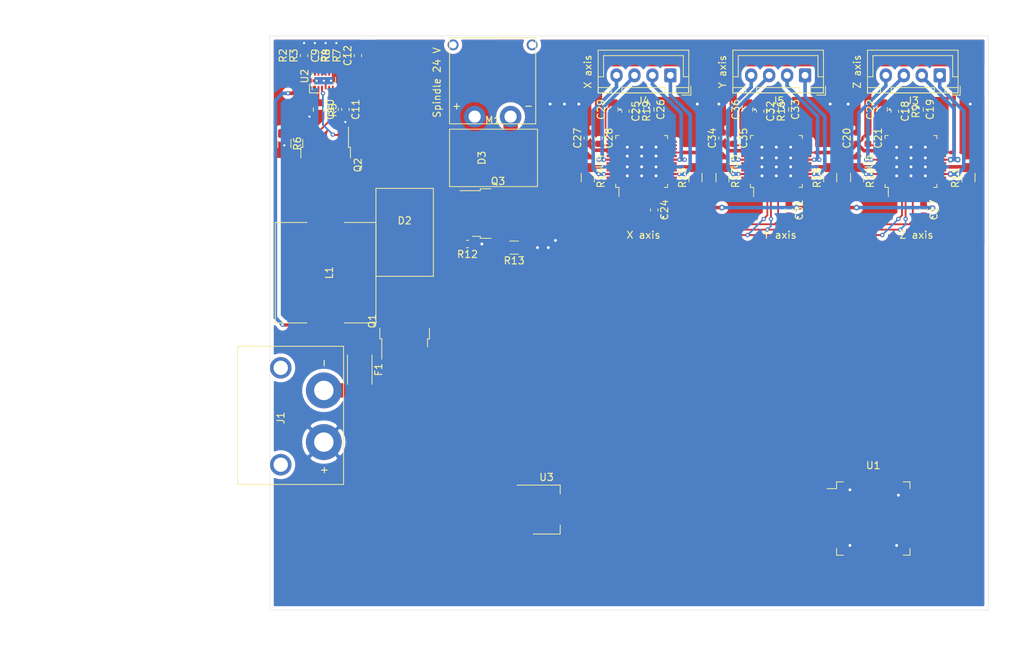
<source format=kicad_pcb>
(kicad_pcb (version 20171130) (host pcbnew "(5.1.4)-1")
  (layers (0 F.Cu signal) (31 B.Cu signal) (34 B.Paste user) (35 F.Paste user) (36 B.SilkS user) (37 F.SilkS user) (38 B.Mask user) (39 F.Mask user) (44 Edge.Cuts user))
  (net 0 "")
  (net 1 +24V)
  (net 2 "Net-(D2-Pad2)")
  (net 3 +3V3)
  (net 4 "Net-(U1-Pad2)")
  (net 5 "Net-(U1-Pad3)")
  (net 6 "Net-(U1-Pad4)")
  (net 7 "Net-(C1-Pad1)")
  (net 8 "Net-(C2-Pad1)")
  (net 9 "Net-(U1-Pad7)")
  (net 10 "Net-(U1-Pad8)")
  (net 11 "Net-(U1-Pad9)")
  (net 12 "Net-(U1-Pad10)")
  (net 13 "Net-(U1-Pad11)")
  (net 14 GNDA)
  (net 15 VDDA)
  (net 16 "Net-(U1-Pad14)")
  (net 17 "Net-(U1-Pad15)")
  (net 18 "Net-(U1-Pad16)")
  (net 19 "Net-(U1-Pad17)")
  (net 20 GND)
  (net 21 "Net-(U1-Pad20)")
  (net 22 "Net-(U1-Pad21)")
  (net 23 "Net-(U1-Pad22)")
  (net 24 "Net-(U1-Pad23)")
  (net 25 "Net-(U1-Pad24)")
  (net 26 "Net-(U1-Pad25)")
  (net 27 "Net-(U1-Pad26)")
  (net 28 "Net-(U1-Pad27)")
  (net 29 "Net-(U1-Pad28)")
  (net 30 "Net-(U1-Pad29)")
  (net 31 "Net-(U1-Pad30)")
  (net 32 "Net-(U1-Pad33)")
  (net 33 "Net-(U1-Pad34)")
  (net 34 "Net-(U1-Pad35)")
  (net 35 "Net-(U1-Pad36)")
  (net 36 "Net-(U1-Pad37)")
  (net 37 "Net-(U1-Pad38)")
  (net 38 "Net-(U1-Pad39)")
  (net 39 "Net-(U1-Pad40)")
  (net 40 "Net-(U1-Pad41)")
  (net 41 "Net-(U1-Pad42)")
  (net 42 "Net-(U1-Pad43)")
  (net 43 "Net-(U1-Pad44)")
  (net 44 "Net-(U1-Pad45)")
  (net 45 "Net-(U1-Pad46)")
  (net 46 "Net-(U1-Pad49)")
  (net 47 "Net-(U1-Pad50)")
  (net 48 "Net-(U1-Pad51)")
  (net 49 "Net-(U1-Pad52)")
  (net 50 "Net-(U1-Pad53)")
  (net 51 "Net-(U1-Pad54)")
  (net 52 "Net-(U1-Pad55)")
  (net 53 "Net-(U1-Pad56)")
  (net 54 "Net-(U1-Pad57)")
  (net 55 "Net-(U1-Pad58)")
  (net 56 "Net-(U1-Pad59)")
  (net 57 "Net-(U1-Pad60)")
  (net 58 "Net-(U1-Pad61)")
  (net 59 "Net-(U1-Pad62)")
  (net 60 +VDC)
  (net 61 "Net-(C10-Pad1)")
  (net 62 "Net-(Q2-Pad3)")
  (net 63 "Net-(R5-Pad1)")
  (net 64 "Net-(C12-Pad2)")
  (net 65 "Net-(C9-Pad1)")
  (net 66 "Net-(R4-Pad2)")
  (net 67 "Net-(U2-Pad11)")
  (net 68 "Net-(R2-Pad2)")
  (net 69 +5V)
  (net 70 "Net-(U4-Pad1)")
  (net 71 CS_X)
  (net 72 SCK)
  (net 73 SDI)
  (net 74 SDO)
  (net 75 "Net-(U4-Pad8)")
  (net 76 "Net-(U4-Pad9)")
  (net 77 "Net-(U4-Pad11)")
  (net 78 "Net-(U4-Pad12)")
  (net 79 "Net-(U4-Pad14)")
  (net 80 "Net-(U4-Pad16)")
  (net 81 "Net-(U4-Pad18)")
  (net 82 "Net-(U4-Pad20)")
  (net 83 "Net-(U4-Pad22)")
  (net 84 "Net-(U4-Pad23)")
  (net 85 "Net-(U4-Pad24)")
  (net 86 "Net-(U4-Pad25)")
  (net 87 "Net-(U4-Pad26)")
  (net 88 "Net-(U4-Pad27)")
  (net 89 "Net-(U4-Pad28)")
  (net 90 "Net-(U4-Pad30)")
  (net 91 "Net-(U4-Pad41)")
  (net 92 "Net-(U4-Pad43)")
  (net 93 "Net-(U4-Pad45)")
  (net 94 "Net-(U4-Pad47)")
  (net 95 "Net-(U5-Pad47)")
  (net 96 "Net-(U5-Pad45)")
  (net 97 "Net-(U5-Pad43)")
  (net 98 "Net-(U5-Pad41)")
  (net 99 "Net-(U5-Pad30)")
  (net 100 "Net-(U5-Pad28)")
  (net 101 "Net-(U5-Pad27)")
  (net 102 "Net-(U5-Pad26)")
  (net 103 "Net-(U5-Pad25)")
  (net 104 "Net-(U5-Pad24)")
  (net 105 "Net-(U5-Pad23)")
  (net 106 "Net-(U5-Pad22)")
  (net 107 "Net-(U5-Pad20)")
  (net 108 "Net-(U5-Pad18)")
  (net 109 "Net-(U5-Pad16)")
  (net 110 "Net-(U5-Pad14)")
  (net 111 "Net-(U5-Pad12)")
  (net 112 "Net-(U5-Pad11)")
  (net 113 "Net-(U5-Pad9)")
  (net 114 "Net-(U5-Pad8)")
  (net 115 CS_Y)
  (net 116 "Net-(U5-Pad1)")
  (net 117 "Net-(U6-Pad1)")
  (net 118 CS_Z)
  (net 119 "Net-(U6-Pad8)")
  (net 120 "Net-(U6-Pad9)")
  (net 121 "Net-(U6-Pad11)")
  (net 122 "Net-(U6-Pad12)")
  (net 123 "Net-(U6-Pad14)")
  (net 124 "Net-(J3-Pad1)")
  (net 125 "Net-(U6-Pad16)")
  (net 126 "Net-(R11-Pad2)")
  (net 127 "Net-(U6-Pad18)")
  (net 128 "Net-(J3-Pad2)")
  (net 129 "Net-(U6-Pad20)")
  (net 130 "Net-(U6-Pad22)")
  (net 131 "Net-(U6-Pad23)")
  (net 132 "Net-(U6-Pad24)")
  (net 133 "Net-(U6-Pad25)")
  (net 134 "Net-(U6-Pad26)")
  (net 135 "Net-(U6-Pad27)")
  (net 136 "Net-(U6-Pad28)")
  (net 137 "Net-(U6-Pad30)")
  (net 138 "Net-(C19-Pad2)")
  (net 139 "Net-(C18-Pad2)")
  (net 140 "Net-(C22-Pad1)")
  (net 141 "Net-(C22-Pad2)")
  (net 142 "Net-(C21-Pad2)")
  (net 143 "Net-(U6-Pad41)")
  (net 144 "Net-(J3-Pad3)")
  (net 145 "Net-(U6-Pad43)")
  (net 146 "Net-(R10-Pad1)")
  (net 147 "Net-(U6-Pad45)")
  (net 148 "Net-(J3-Pad4)")
  (net 149 "Net-(U6-Pad47)")
  (net 150 "Net-(F1-Pad2)")
  (net 151 "Net-(F1-Pad1)")
  (net 152 "Net-(D1-Pad2)")
  (net 153 "Net-(C25-Pad2)")
  (net 154 "Net-(C26-Pad2)")
  (net 155 "Net-(C28-Pad2)")
  (net 156 "Net-(C32-Pad2)")
  (net 157 "Net-(C33-Pad2)")
  (net 158 "Net-(C35-Pad2)")
  (net 159 "Net-(J4-Pad1)")
  (net 160 "Net-(J4-Pad2)")
  (net 161 "Net-(J4-Pad3)")
  (net 162 "Net-(J4-Pad4)")
  (net 163 "Net-(R14-Pad1)")
  (net 164 "Net-(R15-Pad2)")
  (net 165 "Net-(R17-Pad1)")
  (net 166 "Net-(R18-Pad2)")
  (net 167 "Net-(C29-Pad1)")
  (net 168 "Net-(C29-Pad2)")
  (net 169 "Net-(J5-Pad4)")
  (net 170 "Net-(J5-Pad3)")
  (net 171 "Net-(C36-Pad2)")
  (net 172 "Net-(C36-Pad1)")
  (net 173 "Net-(J5-Pad2)")
  (net 174 "Net-(J5-Pad1)")
  (net 175 "Net-(C11-Pad1)")
  (net 176 "Net-(Q2-Pad1)")
  (net 177 "Net-(D3-Pad2)")
  (net 178 SPINDLE_PWM)
  (net 179 "Net-(Q3-Pad2)")
  (module PrivateLib:XT30PW-M (layer F.Cu) (at 141 81.25)
    (fp_text reference M1 (at 0 0.5) (layer F.SilkS))
    (fp_text value Motor_DC)
    (fp_text user + (at -5 -1.5) (layer F.SilkS))
    (fp_text user _ (at 5 -2) (layer F.SilkS))
    (pad 2 thru_hole circle (at 2.5 0 90) (size 3 3) (drill 1.7) (layers *.Cu *.Mask) (net 177 "Net-(D3-Pad2)"))
    (pad "" thru_hole circle (at 5.5 -10) (size 1.524 1.524) (drill 1) (layers *.Cu *.Mask))
    (pad "" thru_hole circle (at -5.5 -10) (size 1.524 1.524) (drill 1) (layers *.Cu *.Mask))
    (pad 1 thru_hole circle (at -2.5 0) (size 3 3) (drill 1.7) (layers *.Cu *.Mask) (net 1 +24V))
  )
  (module Capacitor_SMD:C_0805_2012Metric (layer F.Cu) (at 195.25 80.25 90)
    (fp_text reference C22 (at 0 -1.65 90) (layer F.SilkS))
    (fp_text value 22nF63V)
    (pad 1 smd roundrect (at -0.9375 0 90) (size 0.975 1.4) (layers F.Cu F.Paste F.Mask) (net 140 "Net-(C22-Pad1)"))
    (pad 2 smd roundrect (at 0.9375 0 90) (size 0.975 1.4) (layers F.Cu F.Paste F.Mask) (net 141 "Net-(C22-Pad2)"))
  )
  (module PrivateLib:DPAK (layer F.Cu) (at 128.75 96.25 180)
    (fp_text reference D2 (at 0 0.5) (layer F.SilkS))
    (fp_text value D_Schottky)
    (pad 1 smd rect (at -2.3 3.45 180) (size 1.524 2.5) (layers F.Cu F.Paste F.Mask) (net 1 +24V))
    (pad 2 smd rect (at 0 -3.45 180) (size 7 7) (layers F.Cu F.Paste F.Mask) (net 2 "Net-(D2-Pad2)"))
    (pad 1 smd rect (at 2.3 3.45 180) (size 1.524 2.5) (layers F.Cu F.Paste F.Mask) (net 1 +24V))
  )
  (module Package_QFP:LQFP-64_10x10mm_P0.5mm (layer F.Cu) (at 194 137.25)
    (fp_text reference U1 (at 0 -7.4) (layer F.SilkS))
    (fp_text value STM32F103RCTx)
    (pad 1 smd roundrect (at -5.675 -3.75) (size 1.55 0.3) (layers F.Cu F.Paste F.Mask) (net 3 +3V3))
    (pad 2 smd roundrect (at -5.675 -3.25) (size 1.55 0.3) (layers F.Cu F.Paste F.Mask) (net 4 "Net-(U1-Pad2)"))
    (pad 3 smd roundrect (at -5.675 -2.75) (size 1.55 0.3) (layers F.Cu F.Paste F.Mask) (net 5 "Net-(U1-Pad3)"))
    (pad 4 smd roundrect (at -5.675 -2.25) (size 1.55 0.3) (layers F.Cu F.Paste F.Mask) (net 6 "Net-(U1-Pad4)"))
    (pad 5 smd roundrect (at -5.675 -1.75) (size 1.55 0.3) (layers F.Cu F.Paste F.Mask) (net 7 "Net-(C1-Pad1)"))
    (pad 6 smd roundrect (at -5.675 -1.25) (size 1.55 0.3) (layers F.Cu F.Paste F.Mask) (net 8 "Net-(C2-Pad1)"))
    (pad 7 smd roundrect (at -5.675 -0.75) (size 1.55 0.3) (layers F.Cu F.Paste F.Mask) (net 9 "Net-(U1-Pad7)"))
    (pad 8 smd roundrect (at -5.675 -0.25) (size 1.55 0.3) (layers F.Cu F.Paste F.Mask) (net 10 "Net-(U1-Pad8)"))
    (pad 9 smd roundrect (at -5.675 0.25) (size 1.55 0.3) (layers F.Cu F.Paste F.Mask) (net 11 "Net-(U1-Pad9)"))
    (pad 10 smd roundrect (at -5.675 0.75) (size 1.55 0.3) (layers F.Cu F.Paste F.Mask) (net 12 "Net-(U1-Pad10)"))
    (pad 11 smd roundrect (at -5.675 1.25) (size 1.55 0.3) (layers F.Cu F.Paste F.Mask) (net 13 "Net-(U1-Pad11)"))
    (pad 12 smd roundrect (at -5.675 1.75) (size 1.55 0.3) (layers F.Cu F.Paste F.Mask) (net 14 GNDA))
    (pad 13 smd roundrect (at -5.675 2.25) (size 1.55 0.3) (layers F.Cu F.Paste F.Mask) (net 15 VDDA))
    (pad 14 smd roundrect (at -5.675 2.75) (size 1.55 0.3) (layers F.Cu F.Paste F.Mask) (net 16 "Net-(U1-Pad14)"))
    (pad 15 smd roundrect (at -5.675 3.25) (size 1.55 0.3) (layers F.Cu F.Paste F.Mask) (net 17 "Net-(U1-Pad15)"))
    (pad 16 smd roundrect (at -5.675 3.75) (size 1.55 0.3) (layers F.Cu F.Paste F.Mask) (net 18 "Net-(U1-Pad16)"))
    (pad 17 smd roundrect (at -3.75 5.675) (size 0.3 1.55) (layers F.Cu F.Paste F.Mask) (net 19 "Net-(U1-Pad17)"))
    (pad 18 smd roundrect (at -3.25 5.675) (size 0.3 1.55) (layers F.Cu F.Paste F.Mask) (net 20 GND))
    (pad 19 smd roundrect (at -2.75 5.675) (size 0.3 1.55) (layers F.Cu F.Paste F.Mask) (net 3 +3V3))
    (pad 20 smd roundrect (at -2.25 5.675) (size 0.3 1.55) (layers F.Cu F.Paste F.Mask) (net 21 "Net-(U1-Pad20)"))
    (pad 21 smd roundrect (at -1.75 5.675) (size 0.3 1.55) (layers F.Cu F.Paste F.Mask) (net 22 "Net-(U1-Pad21)"))
    (pad 22 smd roundrect (at -1.25 5.675) (size 0.3 1.55) (layers F.Cu F.Paste F.Mask) (net 23 "Net-(U1-Pad22)"))
    (pad 23 smd roundrect (at -0.75 5.675) (size 0.3 1.55) (layers F.Cu F.Paste F.Mask) (net 24 "Net-(U1-Pad23)"))
    (pad 24 smd roundrect (at -0.25 5.675) (size 0.3 1.55) (layers F.Cu F.Paste F.Mask) (net 25 "Net-(U1-Pad24)"))
    (pad 25 smd roundrect (at 0.25 5.675) (size 0.3 1.55) (layers F.Cu F.Paste F.Mask) (net 26 "Net-(U1-Pad25)"))
    (pad 26 smd roundrect (at 0.75 5.675) (size 0.3 1.55) (layers F.Cu F.Paste F.Mask) (net 27 "Net-(U1-Pad26)"))
    (pad 27 smd roundrect (at 1.25 5.675) (size 0.3 1.55) (layers F.Cu F.Paste F.Mask) (net 28 "Net-(U1-Pad27)"))
    (pad 28 smd roundrect (at 1.75 5.675) (size 0.3 1.55) (layers F.Cu F.Paste F.Mask) (net 29 "Net-(U1-Pad28)"))
    (pad 29 smd roundrect (at 2.25 5.675) (size 0.3 1.55) (layers F.Cu F.Paste F.Mask) (net 30 "Net-(U1-Pad29)"))
    (pad 30 smd roundrect (at 2.75 5.675) (size 0.3 1.55) (layers F.Cu F.Paste F.Mask) (net 31 "Net-(U1-Pad30)"))
    (pad 31 smd roundrect (at 3.25 5.675) (size 0.3 1.55) (layers F.Cu F.Paste F.Mask) (net 20 GND))
    (pad 32 smd roundrect (at 3.75 5.675) (size 0.3 1.55) (layers F.Cu F.Paste F.Mask) (net 3 +3V3))
    (pad 33 smd roundrect (at 5.675 3.75) (size 1.55 0.3) (layers F.Cu F.Paste F.Mask) (net 32 "Net-(U1-Pad33)"))
    (pad 34 smd roundrect (at 5.675 3.25) (size 1.55 0.3) (layers F.Cu F.Paste F.Mask) (net 33 "Net-(U1-Pad34)"))
    (pad 35 smd roundrect (at 5.675 2.75) (size 1.55 0.3) (layers F.Cu F.Paste F.Mask) (net 34 "Net-(U1-Pad35)"))
    (pad 36 smd roundrect (at 5.675 2.25) (size 1.55 0.3) (layers F.Cu F.Paste F.Mask) (net 35 "Net-(U1-Pad36)"))
    (pad 37 smd roundrect (at 5.675 1.75) (size 1.55 0.3) (layers F.Cu F.Paste F.Mask) (net 36 "Net-(U1-Pad37)"))
    (pad 38 smd roundrect (at 5.675 1.25) (size 1.55 0.3) (layers F.Cu F.Paste F.Mask) (net 37 "Net-(U1-Pad38)"))
    (pad 39 smd roundrect (at 5.675 0.75) (size 1.55 0.3) (layers F.Cu F.Paste F.Mask) (net 38 "Net-(U1-Pad39)"))
    (pad 40 smd roundrect (at 5.675 0.25) (size 1.55 0.3) (layers F.Cu F.Paste F.Mask) (net 39 "Net-(U1-Pad40)"))
    (pad 41 smd roundrect (at 5.675 -0.25) (size 1.55 0.3) (layers F.Cu F.Paste F.Mask) (net 40 "Net-(U1-Pad41)"))
    (pad 42 smd roundrect (at 5.675 -0.75) (size 1.55 0.3) (layers F.Cu F.Paste F.Mask) (net 41 "Net-(U1-Pad42)"))
    (pad 43 smd roundrect (at 5.675 -1.25) (size 1.55 0.3) (layers F.Cu F.Paste F.Mask) (net 42 "Net-(U1-Pad43)"))
    (pad 44 smd roundrect (at 5.675 -1.75) (size 1.55 0.3) (layers F.Cu F.Paste F.Mask) (net 43 "Net-(U1-Pad44)"))
    (pad 45 smd roundrect (at 5.675 -2.25) (size 1.55 0.3) (layers F.Cu F.Paste F.Mask) (net 44 "Net-(U1-Pad45)"))
    (pad 46 smd roundrect (at 5.675 -2.75) (size 1.55 0.3) (layers F.Cu F.Paste F.Mask) (net 45 "Net-(U1-Pad46)"))
    (pad 47 smd roundrect (at 5.675 -3.25) (size 1.55 0.3) (layers F.Cu F.Paste F.Mask) (net 20 GND))
    (pad 48 smd roundrect (at 5.675 -3.75) (size 1.55 0.3) (layers F.Cu F.Paste F.Mask) (net 3 +3V3))
    (pad 49 smd roundrect (at 3.75 -5.675) (size 0.3 1.55) (layers F.Cu F.Paste F.Mask) (net 46 "Net-(U1-Pad49)"))
    (pad 50 smd roundrect (at 3.25 -5.675) (size 0.3 1.55) (layers F.Cu F.Paste F.Mask) (net 47 "Net-(U1-Pad50)"))
    (pad 51 smd roundrect (at 2.75 -5.675) (size 0.3 1.55) (layers F.Cu F.Paste F.Mask) (net 48 "Net-(U1-Pad51)"))
    (pad 52 smd roundrect (at 2.25 -5.675) (size 0.3 1.55) (layers F.Cu F.Paste F.Mask) (net 49 "Net-(U1-Pad52)"))
    (pad 53 smd roundrect (at 1.75 -5.675) (size 0.3 1.55) (layers F.Cu F.Paste F.Mask) (net 50 "Net-(U1-Pad53)"))
    (pad 54 smd roundrect (at 1.25 -5.675) (size 0.3 1.55) (layers F.Cu F.Paste F.Mask) (net 51 "Net-(U1-Pad54)"))
    (pad 55 smd roundrect (at 0.75 -5.675) (size 0.3 1.55) (layers F.Cu F.Paste F.Mask) (net 52 "Net-(U1-Pad55)"))
    (pad 56 smd roundrect (at 0.25 -5.675) (size 0.3 1.55) (layers F.Cu F.Paste F.Mask) (net 53 "Net-(U1-Pad56)"))
    (pad 57 smd roundrect (at -0.25 -5.675) (size 0.3 1.55) (layers F.Cu F.Paste F.Mask) (net 54 "Net-(U1-Pad57)"))
    (pad 58 smd roundrect (at -0.75 -5.675) (size 0.3 1.55) (layers F.Cu F.Paste F.Mask) (net 55 "Net-(U1-Pad58)"))
    (pad 59 smd roundrect (at -1.25 -5.675) (size 0.3 1.55) (layers F.Cu F.Paste F.Mask) (net 56 "Net-(U1-Pad59)"))
    (pad 60 smd roundrect (at -1.75 -5.675) (size 0.3 1.55) (layers F.Cu F.Paste F.Mask) (net 57 "Net-(U1-Pad60)"))
    (pad 61 smd roundrect (at -2.25 -5.675) (size 0.3 1.55) (layers F.Cu F.Paste F.Mask) (net 58 "Net-(U1-Pad61)"))
    (pad 62 smd roundrect (at -2.75 -5.675) (size 0.3 1.55) (layers F.Cu F.Paste F.Mask) (net 59 "Net-(U1-Pad62)"))
    (pad 63 smd roundrect (at -3.25 -5.675) (size 0.3 1.55) (layers F.Cu F.Paste F.Mask) (net 20 GND))
    (pad 64 smd roundrect (at -3.75 -5.675) (size 0.3 1.55) (layers F.Cu F.Paste F.Mask) (net 3 +3V3))
  )
  (module Package_SON:WSON-12-1EP_3x2mm_P0.5mm_EP1x2.65_ThermalVias (layer F.Cu) (at 117.5 76.25 90)
    (fp_text reference U2 (at 0.635 -2.667 90) (layer F.SilkS))
    (fp_text value LM5155)
    (pad 1 smd rect (at -0.95 -1.25 90) (size 0.5 0.25) (layers F.Cu F.Paste F.Mask) (net 60 +VDC))
    (pad 2 smd rect (at -0.95 -0.75 90) (size 0.5 0.25) (layers F.Cu F.Paste F.Mask) (net 61 "Net-(C10-Pad1)"))
    (pad 3 smd rect (at -0.95 -0.25 90) (size 0.5 0.25) (layers F.Cu F.Paste F.Mask) (net 176 "Net-(Q2-Pad1)"))
    (pad 4 smd rect (at -0.95 0.25 90) (size 0.5 0.25) (layers F.Cu F.Paste F.Mask) (net 20 GND))
    (pad 5 smd rect (at -0.95 0.75 90) (size 0.5 0.25) (layers F.Cu F.Paste F.Mask) (net 62 "Net-(Q2-Pad3)"))
    (pad 6 smd rect (at -0.95 1.25 90) (size 0.5 0.25) (layers F.Cu F.Paste F.Mask) (net 63 "Net-(R5-Pad1)"))
    (pad 7 smd rect (at 0.95 1.25 90) (size 0.5 0.25) (layers F.Cu F.Paste F.Mask) (net 20 GND))
    (pad 8 smd rect (at 0.95 0.75 90) (size 0.5 0.25) (layers F.Cu F.Paste F.Mask) (net 64 "Net-(C12-Pad2)"))
    (pad 9 smd rect (at 0.95 0.25 90) (size 0.5 0.25) (layers F.Cu F.Paste F.Mask) (net 65 "Net-(C9-Pad1)"))
    (pad 10 smd rect (at 0.95 -0.25 90) (size 0.5 0.25) (layers F.Cu F.Paste F.Mask) (net 66 "Net-(R4-Pad2)"))
    (pad 11 smd rect (at 0.95 -0.75 90) (size 0.5 0.25) (layers F.Cu F.Paste F.Mask) (net 67 "Net-(U2-Pad11)"))
    (pad 12 smd rect (at 0.95 -1.25 90) (size 0.5 0.25) (layers F.Cu F.Paste F.Mask) (net 68 "Net-(R2-Pad2)"))
    (pad 13 thru_hole circle (at 0 0 90) (size 0.6 0.6) (drill 0.3) (layers *.Cu) (net 20 GND))
    (pad 13 thru_hole circle (at 0 -1 180) (size 0.6 0.6) (drill 0.3) (layers *.Cu) (net 20 GND))
    (pad 13 thru_hole circle (at 0 1 90) (size 0.6 0.6) (drill 0.3) (layers *.Cu) (net 20 GND))
    (pad 13 smd rect (at 0 0 90) (size 1 2.65) (layers B.Cu) (net 20 GND))
    (pad 13 smd rect (at 0 0 90) (size 1 2.65) (layers F.Cu F.Mask) (net 20 GND))
  )
  (module Package_TO_SOT_SMD:SOT-223-3_TabPin2 (layer F.Cu) (at 148.5 136)
    (fp_text reference U3 (at 0 -4.5) (layer F.SilkS))
    (fp_text value AMS1117-3.3)
    (pad 2 smd rect (at 3.15 0) (size 2 3.8) (layers F.Cu F.Paste F.Mask) (net 3 +3V3))
    (pad 2 smd rect (at -3.15 0) (size 2 1.5) (layers F.Cu F.Paste F.Mask) (net 3 +3V3))
    (pad 3 smd rect (at -3.15 2.3) (size 2 1.5) (layers F.Cu F.Paste F.Mask) (net 69 +5V))
    (pad 1 smd rect (at -3.15 -2.3) (size 2 1.5) (layers F.Cu F.Paste F.Mask) (net 20 GND))
  )
  (module Package_QFP:TQFP-48-1EP_7x7mm_P0.5mm_EP5x5mm (layer F.Cu) (at 199.25 87.5 90)
    (fp_text reference U6 (at 0 -5.85 90) (layer F.SilkS))
    (fp_text value TMC2130-TA)
    (pad 49 smd roundrect (at 0 0 90) (size 5 5) (layers F.Cu F.Mask) (roundrect_rratio 0.05) (net 20 GND))
    (pad 1 smd roundrect (at -4.1625 -2.75 90) (size 1.475 0.3) (layers F.Cu F.Paste F.Mask) (net 117 "Net-(U6-Pad1)"))
    (pad 2 smd roundrect (at -4.1625 -2.25 90) (size 1.475 0.3) (layers F.Cu F.Paste F.Mask) (net 20 GND))
    (pad 3 smd roundrect (at -4.1625 -1.75 90) (size 1.475 0.3) (layers F.Cu F.Paste F.Mask) (net 118 CS_Z))
    (pad 4 smd roundrect (at -4.1625 -1.25 90) (size 1.475 0.3) (layers F.Cu F.Paste F.Mask) (net 72 SCK))
    (pad 5 smd roundrect (at -4.1625 -0.75 90) (size 1.475 0.3) (layers F.Cu F.Paste F.Mask) (net 73 SDI))
    (pad 6 smd roundrect (at -4.1625 -0.25 90) (size 1.475 0.3) (layers F.Cu F.Paste F.Mask) (net 20 GND))
    (pad 7 smd roundrect (at -4.1625 0.25 90) (size 1.475 0.3) (layers F.Cu F.Paste F.Mask) (net 74 SDO))
    (pad 8 smd roundrect (at -4.1625 0.75 90) (size 1.475 0.3) (layers F.Cu F.Paste F.Mask) (net 119 "Net-(U6-Pad8)"))
    (pad 9 smd roundrect (at -4.1625 1.25 90) (size 1.475 0.3) (layers F.Cu F.Paste F.Mask) (net 120 "Net-(U6-Pad9)"))
    (pad 10 smd roundrect (at -4.1625 1.75 90) (size 1.475 0.3) (layers F.Cu F.Paste F.Mask) (net 3 +3V3))
    (pad 11 smd roundrect (at -4.1625 2.25 90) (size 1.475 0.3) (layers F.Cu F.Paste F.Mask) (net 121 "Net-(U6-Pad11)"))
    (pad 12 smd roundrect (at -4.1625 2.75 90) (size 1.475 0.3) (layers F.Cu F.Paste F.Mask) (net 122 "Net-(U6-Pad12)"))
    (pad 13 smd roundrect (at -2.75 4.1625 90) (size 0.3 1.475) (layers F.Cu F.Paste F.Mask) (net 20 GND))
    (pad 14 smd roundrect (at -2.25 4.1625 90) (size 0.3 1.475) (layers F.Cu F.Paste F.Mask) (net 123 "Net-(U6-Pad14)"))
    (pad 15 smd roundrect (at -1.75 4.1625 90) (size 0.3 1.475) (layers F.Cu F.Paste F.Mask) (net 124 "Net-(J3-Pad1)"))
    (pad 16 smd roundrect (at -1.25 4.1625 90) (size 0.3 1.475) (layers F.Cu F.Paste F.Mask) (net 125 "Net-(U6-Pad16)"))
    (pad 17 smd roundrect (at -0.75 4.1625 90) (size 0.3 1.475) (layers F.Cu F.Paste F.Mask) (net 126 "Net-(R11-Pad2)"))
    (pad 18 smd roundrect (at -0.25 4.1625 90) (size 0.3 1.475) (layers F.Cu F.Paste F.Mask) (net 127 "Net-(U6-Pad18)"))
    (pad 19 smd roundrect (at 0.25 4.1625 90) (size 0.3 1.475) (layers F.Cu F.Paste F.Mask) (net 128 "Net-(J3-Pad2)"))
    (pad 20 smd roundrect (at 0.75 4.1625 90) (size 0.3 1.475) (layers F.Cu F.Paste F.Mask) (net 129 "Net-(U6-Pad20)"))
    (pad 21 smd roundrect (at 1.25 4.1625 90) (size 0.3 1.475) (layers F.Cu F.Paste F.Mask) (net 1 +24V))
    (pad 22 smd roundrect (at 1.75 4.1625 90) (size 0.3 1.475) (layers F.Cu F.Paste F.Mask) (net 130 "Net-(U6-Pad22)"))
    (pad 23 smd roundrect (at 2.25 4.1625 90) (size 0.3 1.475) (layers F.Cu F.Paste F.Mask) (net 131 "Net-(U6-Pad23)"))
    (pad 24 smd roundrect (at 2.75 4.1625 90) (size 0.3 1.475) (layers F.Cu F.Paste F.Mask) (net 132 "Net-(U6-Pad24)"))
    (pad 25 smd roundrect (at 4.1625 2.75 90) (size 1.475 0.3) (layers F.Cu F.Paste F.Mask) (net 133 "Net-(U6-Pad25)"))
    (pad 26 smd roundrect (at 4.1625 2.25 90) (size 1.475 0.3) (layers F.Cu F.Paste F.Mask) (net 134 "Net-(U6-Pad26)"))
    (pad 27 smd roundrect (at 4.1625 1.75 90) (size 1.475 0.3) (layers F.Cu F.Paste F.Mask) (net 135 "Net-(U6-Pad27)"))
    (pad 28 smd roundrect (at 4.1625 1.25 90) (size 1.475 0.3) (layers F.Cu F.Paste F.Mask) (net 136 "Net-(U6-Pad28)"))
    (pad 29 smd roundrect (at 4.1625 0.75 90) (size 1.475 0.3) (layers F.Cu F.Paste F.Mask) (net 20 GND))
    (pad 30 smd roundrect (at 4.1625 0.25 90) (size 1.475 0.3) (layers F.Cu F.Paste F.Mask) (net 137 "Net-(U6-Pad30)"))
    (pad 31 smd roundrect (at 4.1625 -0.25 90) (size 1.475 0.3) (layers F.Cu F.Paste F.Mask) (net 20 GND))
    (pad 32 smd roundrect (at 4.1625 -0.75 90) (size 1.475 0.3) (layers F.Cu F.Paste F.Mask) (net 20 GND))
    (pad 33 smd roundrect (at 4.1625 -1.25 90) (size 1.475 0.3) (layers F.Cu F.Paste F.Mask) (net 138 "Net-(C19-Pad2)"))
    (pad 34 smd roundrect (at 4.1625 -1.75 90) (size 1.475 0.3) (layers F.Cu F.Paste F.Mask) (net 139 "Net-(C18-Pad2)"))
    (pad 35 smd roundrect (at 4.1625 -2.25 90) (size 1.475 0.3) (layers F.Cu F.Paste F.Mask) (net 140 "Net-(C22-Pad1)"))
    (pad 36 smd roundrect (at 4.1625 -2.75 90) (size 1.475 0.3) (layers F.Cu F.Paste F.Mask) (net 20 GND))
    (pad 37 smd roundrect (at 2.75 -4.1625 90) (size 0.3 1.475) (layers F.Cu F.Paste F.Mask) (net 141 "Net-(C22-Pad2)"))
    (pad 38 smd roundrect (at 2.25 -4.1625 90) (size 0.3 1.475) (layers F.Cu F.Paste F.Mask) (net 142 "Net-(C21-Pad2)"))
    (pad 39 smd roundrect (at 1.75 -4.1625 90) (size 0.3 1.475) (layers F.Cu F.Paste F.Mask) (net 1 +24V))
    (pad 40 smd roundrect (at 1.25 -4.1625 90) (size 0.3 1.475) (layers F.Cu F.Paste F.Mask) (net 1 +24V))
    (pad 41 smd roundrect (at 0.75 -4.1625 90) (size 0.3 1.475) (layers F.Cu F.Paste F.Mask) (net 143 "Net-(U6-Pad41)"))
    (pad 42 smd roundrect (at 0.25 -4.1625 90) (size 0.3 1.475) (layers F.Cu F.Paste F.Mask) (net 144 "Net-(J3-Pad3)"))
    (pad 43 smd roundrect (at -0.25 -4.1625 90) (size 0.3 1.475) (layers F.Cu F.Paste F.Mask) (net 145 "Net-(U6-Pad43)"))
    (pad 44 smd roundrect (at -0.75 -4.1625 90) (size 0.3 1.475) (layers F.Cu F.Paste F.Mask) (net 146 "Net-(R10-Pad1)"))
    (pad 45 smd roundrect (at -1.25 -4.1625 90) (size 0.3 1.475) (layers F.Cu F.Paste F.Mask) (net 147 "Net-(U6-Pad45)"))
    (pad 46 smd roundrect (at -1.75 -4.1625 90) (size 0.3 1.475) (layers F.Cu F.Paste F.Mask) (net 148 "Net-(J3-Pad4)"))
    (pad 47 smd roundrect (at -2.25 -4.1625 90) (size 0.3 1.475) (layers F.Cu F.Paste F.Mask) (net 149 "Net-(U6-Pad47)"))
    (pad 48 smd roundrect (at -2.75 -4.1625 90) (size 0.3 1.475) (layers F.Cu F.Paste F.Mask) (net 20 GND))
  )
  (module PrivateLib:XT60PW-F (layer F.Cu) (at 117.5 123 90)
    (fp_text reference J1 (at -0.25 -6 90) (layer F.SilkS))
    (fp_text value Conn_01x02_Male)
    (fp_text user + (at -7.5 0 90) (layer F.SilkS))
    (fp_text user _ (at 7.4 -0.5 90) (layer F.SilkS))
    (pad 1 thru_hole circle (at -3.6 0 90) (size 5 5) (drill 2.7) (layers *.Cu *.Mask) (net 20 GND))
    (pad 2 thru_hole circle (at 3.6 0 90) (size 5 5) (drill 2.7) (layers *.Cu *.Mask) (net 150 "Net-(F1-Pad2)"))
    (pad "" thru_hole circle (at -6.75 -6 90) (size 3 3) (drill 2) (layers *.Cu *.Mask))
    (pad "" thru_hole circle (at 6.75 -6 90) (size 3 3) (drill 2) (layers *.Cu *.Mask))
  )
  (module Fuse:Fuse_2512_6332Metric (layer F.Cu) (at 122.5 116.5 270)
    (fp_text reference F1 (at 0 -2.62 90) (layer F.SilkS))
    (fp_text value 15A)
    (pad 1 smd roundrect (at -2.9 0 270) (size 1.35 3.35) (layers F.Cu F.Paste F.Mask) (roundrect_rratio 0.185185) (net 151 "Net-(F1-Pad1)"))
    (pad 2 smd roundrect (at 2.9 0 270) (size 1.35 3.35) (layers F.Cu F.Paste F.Mask) (roundrect_rratio 0.185185) (net 150 "Net-(F1-Pad2)"))
  )
  (module Package_TO_SOT_SMD:TO-252-2 (layer F.Cu) (at 128.75 109.75 90)
    (fp_text reference Q1 (at 0 -4.5 90) (layer F.SilkS))
    (fp_text value Q_PMOS_DSG)
    (pad 1 smd rect (at -4.2 -2.28 90) (size 2.2 1.2) (layers F.Cu F.Paste F.Mask) (net 151 "Net-(F1-Pad1)"))
    (pad 3 smd rect (at -4.2 2.28 90) (size 2.2 1.2) (layers F.Cu F.Paste F.Mask) (net 152 "Net-(D1-Pad2)"))
    (pad 2 smd rect (at 2.1 0 90) (size 6.4 5.8) (layers F.Cu F.Mask) (net 60 +VDC))
  )
  (module Connector_JST:JST_XH_B4B-XH-A_1x04_P2.50mm_Vertical (layer F.Cu) (at 203.25 75.5 180)
    (fp_text reference J3 (at 3.75 -3.55) (layer F.SilkS))
    (fp_text value ZAXIS)
    (pad 1 thru_hole roundrect (at 0 0 180) (size 1.7 1.95) (drill 0.95) (layers *.Cu *.Mask) (roundrect_rratio 0.147059) (net 124 "Net-(J3-Pad1)"))
    (pad 2 thru_hole oval (at 2.5 0 180) (size 1.7 1.95) (drill 0.95) (layers *.Cu *.Mask) (net 128 "Net-(J3-Pad2)"))
    (pad 3 thru_hole oval (at 5 0 180) (size 1.7 1.95) (drill 0.95) (layers *.Cu *.Mask) (net 144 "Net-(J3-Pad3)"))
    (pad 4 thru_hole oval (at 7.5 0 180) (size 1.7 1.95) (drill 0.95) (layers *.Cu *.Mask) (net 148 "Net-(J3-Pad4)"))
  )
  (module Resistor_SMD:R_1206_3216Metric (layer F.Cu) (at 191.75 89.75 270)
    (fp_text reference R10 (at 0 -1.82 90) (layer F.SilkS))
    (fp_text value 0.5W1206)
    (pad 1 smd roundrect (at -1.4 0 270) (size 1.25 1.75) (layers F.Cu F.Paste F.Mask) (roundrect_rratio 0.2) (net 146 "Net-(R10-Pad1)"))
    (pad 2 smd roundrect (at 1.4 0 270) (size 1.25 1.75) (layers F.Cu F.Paste F.Mask) (roundrect_rratio 0.2) (net 20 GND))
  )
  (module Resistor_SMD:R_1206_3216Metric (layer F.Cu) (at 207.25 89.75 90)
    (fp_text reference R11 (at 0 -1.82 90) (layer F.SilkS))
    (fp_text value 0.5W1206)
    (pad 2 smd roundrect (at 1.4 0 90) (size 1.25 1.75) (layers F.Cu F.Paste F.Mask) (roundrect_rratio 0.2) (net 126 "Net-(R11-Pad2)"))
    (pad 1 smd roundrect (at -1.4 0 90) (size 1.25 1.75) (layers F.Cu F.Paste F.Mask) (roundrect_rratio 0.2) (net 20 GND))
  )
  (module Capacitor_SMD:C_0603_1608Metric (layer F.Cu) (at 201 94.25 270)
    (fp_text reference C17 (at 0 -1.43 90) (layer F.SilkS))
    (fp_text value 100nF)
    (pad 2 smd roundrect (at 0.7875 0 270) (size 0.875 0.95) (layers F.Cu F.Paste F.Mask) (net 20 GND))
    (pad 1 smd roundrect (at -0.7875 0 270) (size 0.875 0.95) (layers F.Cu F.Paste F.Mask) (net 3 +3V3))
  )
  (module Capacitor_SMD:C_0603_1608Metric (layer F.Cu) (at 197 80.5 270)
    (fp_text reference C18 (at 0 -1.43 90) (layer F.SilkS))
    (fp_text value 470nF)
    (pad 1 smd roundrect (at -0.7875 0 270) (size 0.875 0.95) (layers F.Cu F.Paste F.Mask) (net 20 GND))
    (pad 2 smd roundrect (at 0.7875 0 270) (size 0.875 0.95) (layers F.Cu F.Paste F.Mask) (net 139 "Net-(C18-Pad2)"))
  )
  (module Capacitor_SMD:C_0805_2012Metric (layer F.Cu) (at 200.25 80.25 270)
    (fp_text reference C19 (at 0 -1.65 90) (layer F.SilkS))
    (fp_text value 4.7µF)
    (pad 2 smd roundrect (at 0.9375 0 270) (size 0.975 1.4) (layers F.Cu F.Paste F.Mask) (net 138 "Net-(C19-Pad2)"))
    (pad 1 smd roundrect (at -0.9375 0 270) (size 0.975 1.4) (layers F.Cu F.Paste F.Mask) (net 20 GND))
  )
  (module Capacitor_SMD:C_0603_1608Metric (layer F.Cu) (at 191.75 84.25 90)
    (fp_text reference C20 (at 0 -1.43 90) (layer F.SilkS))
    (fp_text value 100nF)
    (pad 2 smd roundrect (at 0.7875 0 90) (size 0.875 0.95) (layers F.Cu F.Paste F.Mask) (net 20 GND))
    (pad 1 smd roundrect (at -0.7875 0 90) (size 0.875 0.95) (layers F.Cu F.Paste F.Mask) (net 1 +24V))
  )
  (module Capacitor_SMD:C_0603_1608Metric (layer F.Cu) (at 193.25 84.25 270)
    (fp_text reference C21 (at 0 -1.43 90) (layer F.SilkS))
    (fp_text value 100nF)
    (pad 1 smd roundrect (at -0.7875 0 270) (size 0.875 0.95) (layers F.Cu F.Paste F.Mask) (net 1 +24V))
    (pad 2 smd roundrect (at 0.7875 0 270) (size 0.875 0.95) (layers F.Cu F.Paste F.Mask) (net 142 "Net-(C21-Pad2)"))
  )
  (module Resistor_SMD:R_0603_1608Metric (layer F.Cu) (at 198.5 80.5 270)
    (fp_text reference R9 (at 0 -1.43 90) (layer F.SilkS))
    (fp_text value 2R2)
    (pad 1 smd roundrect (at -0.7875 0 270) (size 0.875 0.95) (layers F.Cu F.Paste F.Mask) (net 139 "Net-(C18-Pad2)"))
    (pad 2 smd roundrect (at 0.7875 0 270) (size 0.875 0.95) (layers F.Cu F.Paste F.Mask) (net 138 "Net-(C19-Pad2)"))
  )
  (module Capacitor_SMD:C_0603_1608Metric (layer F.Cu) (at 163.5 94.25 270)
    (fp_text reference C24 (at 0 -1.43 90) (layer F.SilkS))
    (fp_text value 100nF)
    (pad 2 smd roundrect (at 0.7875 0 270) (size 0.875 0.95) (layers F.Cu F.Paste F.Mask) (net 20 GND))
    (pad 1 smd roundrect (at -0.7875 0 270) (size 0.875 0.95) (layers F.Cu F.Paste F.Mask) (net 3 +3V3))
  )
  (module Capacitor_SMD:C_0603_1608Metric (layer F.Cu) (at 159.5 80.5 270)
    (fp_text reference C25 (at 0 -1.43 90) (layer F.SilkS))
    (fp_text value 470nF)
    (pad 1 smd roundrect (at -0.7875 0 270) (size 0.875 0.95) (layers F.Cu F.Paste F.Mask) (net 20 GND))
    (pad 2 smd roundrect (at 0.7875 0 270) (size 0.875 0.95) (layers F.Cu F.Paste F.Mask) (net 153 "Net-(C25-Pad2)"))
  )
  (module Capacitor_SMD:C_0805_2012Metric (layer F.Cu) (at 162.75 80.25 270)
    (fp_text reference C26 (at 0 -1.65 90) (layer F.SilkS))
    (fp_text value 4.7µF)
    (pad 1 smd roundrect (at -0.9375 0 270) (size 0.975 1.4) (layers F.Cu F.Paste F.Mask) (net 20 GND))
    (pad 2 smd roundrect (at 0.9375 0 270) (size 0.975 1.4) (layers F.Cu F.Paste F.Mask) (net 154 "Net-(C26-Pad2)"))
  )
  (module Capacitor_SMD:C_0603_1608Metric (layer F.Cu) (at 154.25 84.25 90)
    (fp_text reference C27 (at 0 -1.43 90) (layer F.SilkS))
    (fp_text value 100nF)
    (pad 1 smd roundrect (at -0.7875 0 90) (size 0.875 0.95) (layers F.Cu F.Paste F.Mask) (net 1 +24V))
    (pad 2 smd roundrect (at 0.7875 0 90) (size 0.875 0.95) (layers F.Cu F.Paste F.Mask) (net 20 GND))
  )
  (module Capacitor_SMD:C_0603_1608Metric (layer F.Cu) (at 155.75 84.25 270)
    (fp_text reference C28 (at 0 -1.43 90) (layer F.SilkS))
    (fp_text value 100nF)
    (pad 2 smd roundrect (at 0.7875 0 270) (size 0.875 0.95) (layers F.Cu F.Paste F.Mask) (net 155 "Net-(C28-Pad2)"))
    (pad 1 smd roundrect (at -0.7875 0 270) (size 0.875 0.95) (layers F.Cu F.Paste F.Mask) (net 1 +24V))
  )
  (module Capacitor_SMD:C_0603_1608Metric (layer F.Cu) (at 182.25 94.25 270)
    (fp_text reference C31 (at 0 -1.43 90) (layer F.SilkS))
    (fp_text value 100nF)
    (pad 2 smd roundrect (at 0.7875 0 270) (size 0.875 0.95) (layers F.Cu F.Paste F.Mask) (net 20 GND))
    (pad 1 smd roundrect (at -0.7875 0 270) (size 0.875 0.95) (layers F.Cu F.Paste F.Mask) (net 3 +3V3))
  )
  (module Capacitor_SMD:C_0603_1608Metric (layer F.Cu) (at 178.25 80.5 270)
    (fp_text reference C32 (at 0 -1.43 90) (layer F.SilkS))
    (fp_text value 470nF)
    (pad 1 smd roundrect (at -0.7875 0 270) (size 0.875 0.95) (layers F.Cu F.Paste F.Mask) (net 20 GND))
    (pad 2 smd roundrect (at 0.7875 0 270) (size 0.875 0.95) (layers F.Cu F.Paste F.Mask) (net 156 "Net-(C32-Pad2)"))
  )
  (module Capacitor_SMD:C_0805_2012Metric (layer F.Cu) (at 181.5 80.25 270)
    (fp_text reference C33 (at 0 -1.65 90) (layer F.SilkS))
    (fp_text value 4.7µF)
    (pad 2 smd roundrect (at 0.9375 0 270) (size 0.975 1.4) (layers F.Cu F.Paste F.Mask) (net 157 "Net-(C33-Pad2)"))
    (pad 1 smd roundrect (at -0.9375 0 270) (size 0.975 1.4) (layers F.Cu F.Paste F.Mask) (net 20 GND))
  )
  (module Capacitor_SMD:C_0603_1608Metric (layer F.Cu) (at 173 84.25 90)
    (fp_text reference C34 (at 0 -1.43 90) (layer F.SilkS))
    (fp_text value 100nF)
    (pad 2 smd roundrect (at 0.7875 0 90) (size 0.875 0.95) (layers F.Cu F.Paste F.Mask) (net 20 GND))
    (pad 1 smd roundrect (at -0.7875 0 90) (size 0.875 0.95) (layers F.Cu F.Paste F.Mask) (net 1 +24V))
  )
  (module Capacitor_SMD:C_0603_1608Metric (layer F.Cu) (at 174.5 84.25 270)
    (fp_text reference C35 (at 0 -1.43 90) (layer F.SilkS))
    (fp_text value 100nF)
    (pad 1 smd roundrect (at -0.7875 0 270) (size 0.875 0.95) (layers F.Cu F.Paste F.Mask) (net 1 +24V))
    (pad 2 smd roundrect (at 0.7875 0 270) (size 0.875 0.95) (layers F.Cu F.Paste F.Mask) (net 158 "Net-(C35-Pad2)"))
  )
  (module Connector_JST:JST_XH_B4B-XH-A_1x04_P2.50mm_Vertical (layer F.Cu) (at 165.75 75.5 180)
    (fp_text reference J4 (at 3.75 -3.55) (layer F.SilkS))
    (fp_text value XAXIS)
    (pad 1 thru_hole roundrect (at 0 0 180) (size 1.7 1.95) (drill 0.95) (layers *.Cu *.Mask) (roundrect_rratio 0.147059) (net 159 "Net-(J4-Pad1)"))
    (pad 2 thru_hole oval (at 2.5 0 180) (size 1.7 1.95) (drill 0.95) (layers *.Cu *.Mask) (net 160 "Net-(J4-Pad2)"))
    (pad 3 thru_hole oval (at 5 0 180) (size 1.7 1.95) (drill 0.95) (layers *.Cu *.Mask) (net 161 "Net-(J4-Pad3)"))
    (pad 4 thru_hole oval (at 7.5 0 180) (size 1.7 1.95) (drill 0.95) (layers *.Cu *.Mask) (net 162 "Net-(J4-Pad4)"))
  )
  (module Resistor_SMD:R_1206_3216Metric (layer F.Cu) (at 154.25 89.75 270)
    (fp_text reference R14 (at 0 -1.82 90) (layer F.SilkS))
    (fp_text value 0.5W1206)
    (pad 2 smd roundrect (at 1.4 0 270) (size 1.25 1.75) (layers F.Cu F.Paste F.Mask) (roundrect_rratio 0.2) (net 20 GND))
    (pad 1 smd roundrect (at -1.4 0 270) (size 1.25 1.75) (layers F.Cu F.Paste F.Mask) (roundrect_rratio 0.2) (net 163 "Net-(R14-Pad1)"))
  )
  (module Resistor_SMD:R_1206_3216Metric (layer F.Cu) (at 169.25 89.75 90)
    (fp_text reference R15 (at 0 -1.82 90) (layer F.SilkS))
    (fp_text value 0.5W1206)
    (pad 1 smd roundrect (at -1.4 0 90) (size 1.25 1.75) (layers F.Cu F.Paste F.Mask) (roundrect_rratio 0.2) (net 20 GND))
    (pad 2 smd roundrect (at 1.4 0 90) (size 1.25 1.75) (layers F.Cu F.Paste F.Mask) (roundrect_rratio 0.2) (net 164 "Net-(R15-Pad2)"))
  )
  (module Resistor_SMD:R_0603_1608Metric (layer F.Cu) (at 179.75 80.5 270)
    (fp_text reference R16 (at 0 -1.43 90) (layer F.SilkS))
    (fp_text value 2R2)
    (pad 1 smd roundrect (at -0.7875 0 270) (size 0.875 0.95) (layers F.Cu F.Paste F.Mask) (net 156 "Net-(C32-Pad2)"))
    (pad 2 smd roundrect (at 0.7875 0 270) (size 0.875 0.95) (layers F.Cu F.Paste F.Mask) (net 157 "Net-(C33-Pad2)"))
  )
  (module Resistor_SMD:R_1206_3216Metric (layer F.Cu) (at 173 89.75 270)
    (fp_text reference R17 (at 0 -1.82 90) (layer F.SilkS))
    (fp_text value 0.5W1206)
    (pad 1 smd roundrect (at -1.4 0 270) (size 1.25 1.75) (layers F.Cu F.Paste F.Mask) (roundrect_rratio 0.2) (net 165 "Net-(R17-Pad1)"))
    (pad 2 smd roundrect (at 1.4 0 270) (size 1.25 1.75) (layers F.Cu F.Paste F.Mask) (roundrect_rratio 0.2) (net 20 GND))
  )
  (module Resistor_SMD:R_1206_3216Metric (layer F.Cu) (at 188 89.75 90)
    (fp_text reference R18 (at 0 -1.82 90) (layer F.SilkS))
    (fp_text value 0.5W1206)
    (pad 2 smd roundrect (at 1.4 0 90) (size 1.25 1.75) (layers F.Cu F.Paste F.Mask) (roundrect_rratio 0.2) (net 166 "Net-(R18-Pad2)"))
    (pad 1 smd roundrect (at -1.4 0 90) (size 1.25 1.75) (layers F.Cu F.Paste F.Mask) (roundrect_rratio 0.2) (net 20 GND))
  )
  (module Package_QFP:TQFP-48-1EP_7x7mm_P0.5mm_EP5x5mm (layer F.Cu) (at 161.75 87.5 90)
    (fp_text reference U4 (at 0 -5.85 90) (layer F.SilkS))
    (fp_text value TMC2130-TA)
    (pad 49 smd roundrect (at 0 0 90) (size 5 5) (layers F.Cu F.Mask) (roundrect_rratio 0.05) (net 20 GND))
    (pad 1 smd roundrect (at -4.1625 -2.75 90) (size 1.475 0.3) (layers F.Cu F.Paste F.Mask) (net 70 "Net-(U4-Pad1)"))
    (pad 2 smd roundrect (at -4.1625 -2.25 90) (size 1.475 0.3) (layers F.Cu F.Paste F.Mask) (net 20 GND))
    (pad 3 smd roundrect (at -4.1625 -1.75 90) (size 1.475 0.3) (layers F.Cu F.Paste F.Mask) (net 71 CS_X))
    (pad 4 smd roundrect (at -4.1625 -1.25 90) (size 1.475 0.3) (layers F.Cu F.Paste F.Mask) (net 72 SCK))
    (pad 5 smd roundrect (at -4.1625 -0.75 90) (size 1.475 0.3) (layers F.Cu F.Paste F.Mask) (net 73 SDI))
    (pad 6 smd roundrect (at -4.1625 -0.25 90) (size 1.475 0.3) (layers F.Cu F.Paste F.Mask) (net 20 GND))
    (pad 7 smd roundrect (at -4.1625 0.25 90) (size 1.475 0.3) (layers F.Cu F.Paste F.Mask) (net 74 SDO))
    (pad 8 smd roundrect (at -4.1625 0.75 90) (size 1.475 0.3) (layers F.Cu F.Paste F.Mask) (net 75 "Net-(U4-Pad8)"))
    (pad 9 smd roundrect (at -4.1625 1.25 90) (size 1.475 0.3) (layers F.Cu F.Paste F.Mask) (net 76 "Net-(U4-Pad9)"))
    (pad 10 smd roundrect (at -4.1625 1.75 90) (size 1.475 0.3) (layers F.Cu F.Paste F.Mask) (net 3 +3V3))
    (pad 11 smd roundrect (at -4.1625 2.25 90) (size 1.475 0.3) (layers F.Cu F.Paste F.Mask) (net 77 "Net-(U4-Pad11)"))
    (pad 12 smd roundrect (at -4.1625 2.75 90) (size 1.475 0.3) (layers F.Cu F.Paste F.Mask) (net 78 "Net-(U4-Pad12)"))
    (pad 13 smd roundrect (at -2.75 4.1625 90) (size 0.3 1.475) (layers F.Cu F.Paste F.Mask) (net 20 GND))
    (pad 14 smd roundrect (at -2.25 4.1625 90) (size 0.3 1.475) (layers F.Cu F.Paste F.Mask) (net 79 "Net-(U4-Pad14)"))
    (pad 15 smd roundrect (at -1.75 4.1625 90) (size 0.3 1.475) (layers F.Cu F.Paste F.Mask) (net 159 "Net-(J4-Pad1)"))
    (pad 16 smd roundrect (at -1.25 4.1625 90) (size 0.3 1.475) (layers F.Cu F.Paste F.Mask) (net 80 "Net-(U4-Pad16)"))
    (pad 17 smd roundrect (at -0.75 4.1625 90) (size 0.3 1.475) (layers F.Cu F.Paste F.Mask) (net 164 "Net-(R15-Pad2)"))
    (pad 18 smd roundrect (at -0.25 4.1625 90) (size 0.3 1.475) (layers F.Cu F.Paste F.Mask) (net 81 "Net-(U4-Pad18)"))
    (pad 19 smd roundrect (at 0.25 4.1625 90) (size 0.3 1.475) (layers F.Cu F.Paste F.Mask) (net 160 "Net-(J4-Pad2)"))
    (pad 20 smd roundrect (at 0.75 4.1625 90) (size 0.3 1.475) (layers F.Cu F.Paste F.Mask) (net 82 "Net-(U4-Pad20)"))
    (pad 21 smd roundrect (at 1.25 4.1625 90) (size 0.3 1.475) (layers F.Cu F.Paste F.Mask) (net 1 +24V))
    (pad 22 smd roundrect (at 1.75 4.1625 90) (size 0.3 1.475) (layers F.Cu F.Paste F.Mask) (net 83 "Net-(U4-Pad22)"))
    (pad 23 smd roundrect (at 2.25 4.1625 90) (size 0.3 1.475) (layers F.Cu F.Paste F.Mask) (net 84 "Net-(U4-Pad23)"))
    (pad 24 smd roundrect (at 2.75 4.1625 90) (size 0.3 1.475) (layers F.Cu F.Paste F.Mask) (net 85 "Net-(U4-Pad24)"))
    (pad 25 smd roundrect (at 4.1625 2.75 90) (size 1.475 0.3) (layers F.Cu F.Paste F.Mask) (net 86 "Net-(U4-Pad25)"))
    (pad 26 smd roundrect (at 4.1625 2.25 90) (size 1.475 0.3) (layers F.Cu F.Paste F.Mask) (net 87 "Net-(U4-Pad26)"))
    (pad 27 smd roundrect (at 4.1625 1.75 90) (size 1.475 0.3) (layers F.Cu F.Paste F.Mask) (net 88 "Net-(U4-Pad27)"))
    (pad 28 smd roundrect (at 4.1625 1.25 90) (size 1.475 0.3) (layers F.Cu F.Paste F.Mask) (net 89 "Net-(U4-Pad28)"))
    (pad 29 smd roundrect (at 4.1625 0.75 90) (size 1.475 0.3) (layers F.Cu F.Paste F.Mask) (net 20 GND))
    (pad 30 smd roundrect (at 4.1625 0.25 90) (size 1.475 0.3) (layers F.Cu F.Paste F.Mask) (net 90 "Net-(U4-Pad30)"))
    (pad 31 smd roundrect (at 4.1625 -0.25 90) (size 1.475 0.3) (layers F.Cu F.Paste F.Mask) (net 20 GND))
    (pad 32 smd roundrect (at 4.1625 -0.75 90) (size 1.475 0.3) (layers F.Cu F.Paste F.Mask) (net 20 GND))
    (pad 33 smd roundrect (at 4.1625 -1.25 90) (size 1.475 0.3) (layers F.Cu F.Paste F.Mask) (net 154 "Net-(C26-Pad2)"))
    (pad 34 smd roundrect (at 4.1625 -1.75 90) (size 1.475 0.3) (layers F.Cu F.Paste F.Mask) (net 153 "Net-(C25-Pad2)"))
    (pad 35 smd roundrect (at 4.1625 -2.25 90) (size 1.475 0.3) (layers F.Cu F.Paste F.Mask) (net 167 "Net-(C29-Pad1)"))
    (pad 36 smd roundrect (at 4.1625 -2.75 90) (size 1.475 0.3) (layers F.Cu F.Paste F.Mask) (net 20 GND))
    (pad 37 smd roundrect (at 2.75 -4.1625 90) (size 0.3 1.475) (layers F.Cu F.Paste F.Mask) (net 168 "Net-(C29-Pad2)"))
    (pad 38 smd roundrect (at 2.25 -4.1625 90) (size 0.3 1.475) (layers F.Cu F.Paste F.Mask) (net 155 "Net-(C28-Pad2)"))
    (pad 39 smd roundrect (at 1.75 -4.1625 90) (size 0.3 1.475) (layers F.Cu F.Paste F.Mask) (net 1 +24V))
    (pad 40 smd roundrect (at 1.25 -4.1625 90) (size 0.3 1.475) (layers F.Cu F.Paste F.Mask) (net 1 +24V))
    (pad 41 smd roundrect (at 0.75 -4.1625 90) (size 0.3 1.475) (layers F.Cu F.Paste F.Mask) (net 91 "Net-(U4-Pad41)"))
    (pad 42 smd roundrect (at 0.25 -4.1625 90) (size 0.3 1.475) (layers F.Cu F.Paste F.Mask) (net 161 "Net-(J4-Pad3)"))
    (pad 43 smd roundrect (at -0.25 -4.1625 90) (size 0.3 1.475) (layers F.Cu F.Paste F.Mask) (net 92 "Net-(U4-Pad43)"))
    (pad 44 smd roundrect (at -0.75 -4.1625 90) (size 0.3 1.475) (layers F.Cu F.Paste F.Mask) (net 163 "Net-(R14-Pad1)"))
    (pad 45 smd roundrect (at -1.25 -4.1625 90) (size 0.3 1.475) (layers F.Cu F.Paste F.Mask) (net 93 "Net-(U4-Pad45)"))
    (pad 46 smd roundrect (at -1.75 -4.1625 90) (size 0.3 1.475) (layers F.Cu F.Paste F.Mask) (net 162 "Net-(J4-Pad4)"))
    (pad 47 smd roundrect (at -2.25 -4.1625 90) (size 0.3 1.475) (layers F.Cu F.Paste F.Mask) (net 94 "Net-(U4-Pad47)"))
    (pad 48 smd roundrect (at -2.75 -4.1625 90) (size 0.3 1.475) (layers F.Cu F.Paste F.Mask) (net 20 GND))
  )
  (module Package_QFP:TQFP-48-1EP_7x7mm_P0.5mm_EP5x5mm (layer F.Cu) (at 180.5 87.5 90)
    (fp_text reference U5 (at 0 -5.85 90) (layer F.SilkS))
    (fp_text value TMC2130-TA)
    (pad 48 smd roundrect (at -2.75 -4.1625 90) (size 0.3 1.475) (layers F.Cu F.Paste F.Mask) (net 20 GND))
    (pad 47 smd roundrect (at -2.25 -4.1625 90) (size 0.3 1.475) (layers F.Cu F.Paste F.Mask) (net 95 "Net-(U5-Pad47)"))
    (pad 46 smd roundrect (at -1.75 -4.1625 90) (size 0.3 1.475) (layers F.Cu F.Paste F.Mask) (net 169 "Net-(J5-Pad4)"))
    (pad 45 smd roundrect (at -1.25 -4.1625 90) (size 0.3 1.475) (layers F.Cu F.Paste F.Mask) (net 96 "Net-(U5-Pad45)"))
    (pad 44 smd roundrect (at -0.75 -4.1625 90) (size 0.3 1.475) (layers F.Cu F.Paste F.Mask) (net 165 "Net-(R17-Pad1)"))
    (pad 43 smd roundrect (at -0.25 -4.1625 90) (size 0.3 1.475) (layers F.Cu F.Paste F.Mask) (net 97 "Net-(U5-Pad43)"))
    (pad 42 smd roundrect (at 0.25 -4.1625 90) (size 0.3 1.475) (layers F.Cu F.Paste F.Mask) (net 170 "Net-(J5-Pad3)"))
    (pad 41 smd roundrect (at 0.75 -4.1625 90) (size 0.3 1.475) (layers F.Cu F.Paste F.Mask) (net 98 "Net-(U5-Pad41)"))
    (pad 40 smd roundrect (at 1.25 -4.1625 90) (size 0.3 1.475) (layers F.Cu F.Paste F.Mask) (net 1 +24V))
    (pad 39 smd roundrect (at 1.75 -4.1625 90) (size 0.3 1.475) (layers F.Cu F.Paste F.Mask) (net 1 +24V))
    (pad 38 smd roundrect (at 2.25 -4.1625 90) (size 0.3 1.475) (layers F.Cu F.Paste F.Mask) (net 158 "Net-(C35-Pad2)"))
    (pad 37 smd roundrect (at 2.75 -4.1625 90) (size 0.3 1.475) (layers F.Cu F.Paste F.Mask) (net 171 "Net-(C36-Pad2)"))
    (pad 36 smd roundrect (at 4.1625 -2.75 90) (size 1.475 0.3) (layers F.Cu F.Paste F.Mask) (net 20 GND))
    (pad 35 smd roundrect (at 4.1625 -2.25 90) (size 1.475 0.3) (layers F.Cu F.Paste F.Mask) (net 172 "Net-(C36-Pad1)"))
    (pad 34 smd roundrect (at 4.1625 -1.75 90) (size 1.475 0.3) (layers F.Cu F.Paste F.Mask) (net 156 "Net-(C32-Pad2)"))
    (pad 33 smd roundrect (at 4.1625 -1.25 90) (size 1.475 0.3) (layers F.Cu F.Paste F.Mask) (net 157 "Net-(C33-Pad2)"))
    (pad 32 smd roundrect (at 4.1625 -0.75 90) (size 1.475 0.3) (layers F.Cu F.Paste F.Mask) (net 20 GND))
    (pad 31 smd roundrect (at 4.1625 -0.25 90) (size 1.475 0.3) (layers F.Cu F.Paste F.Mask) (net 20 GND))
    (pad 30 smd roundrect (at 4.1625 0.25 90) (size 1.475 0.3) (layers F.Cu F.Paste F.Mask) (net 99 "Net-(U5-Pad30)"))
    (pad 29 smd roundrect (at 4.1625 0.75 90) (size 1.475 0.3) (layers F.Cu F.Paste F.Mask) (net 20 GND))
    (pad 28 smd roundrect (at 4.1625 1.25 90) (size 1.475 0.3) (layers F.Cu F.Paste F.Mask) (net 100 "Net-(U5-Pad28)"))
    (pad 27 smd roundrect (at 4.1625 1.75 90) (size 1.475 0.3) (layers F.Cu F.Paste F.Mask) (net 101 "Net-(U5-Pad27)"))
    (pad 26 smd roundrect (at 4.1625 2.25 90) (size 1.475 0.3) (layers F.Cu F.Paste F.Mask) (net 102 "Net-(U5-Pad26)"))
    (pad 25 smd roundrect (at 4.1625 2.75 90) (size 1.475 0.3) (layers F.Cu F.Paste F.Mask) (net 103 "Net-(U5-Pad25)"))
    (pad 24 smd roundrect (at 2.75 4.1625 90) (size 0.3 1.475) (layers F.Cu F.Paste F.Mask) (net 104 "Net-(U5-Pad24)"))
    (pad 23 smd roundrect (at 2.25 4.1625 90) (size 0.3 1.475) (layers F.Cu F.Paste F.Mask) (net 105 "Net-(U5-Pad23)"))
    (pad 22 smd roundrect (at 1.75 4.1625 90) (size 0.3 1.475) (layers F.Cu F.Paste F.Mask) (net 106 "Net-(U5-Pad22)"))
    (pad 21 smd roundrect (at 1.25 4.1625 90) (size 0.3 1.475) (layers F.Cu F.Paste F.Mask) (net 1 +24V))
    (pad 20 smd roundrect (at 0.75 4.1625 90) (size 0.3 1.475) (layers F.Cu F.Paste F.Mask) (net 107 "Net-(U5-Pad20)"))
    (pad 19 smd roundrect (at 0.25 4.1625 90) (size 0.3 1.475) (layers F.Cu F.Paste F.Mask) (net 173 "Net-(J5-Pad2)"))
    (pad 18 smd roundrect (at -0.25 4.1625 90) (size 0.3 1.475) (layers F.Cu F.Paste F.Mask) (net 108 "Net-(U5-Pad18)"))
    (pad 17 smd roundrect (at -0.75 4.1625 90) (size 0.3 1.475) (layers F.Cu F.Paste F.Mask) (net 166 "Net-(R18-Pad2)"))
    (pad 16 smd roundrect (at -1.25 4.1625 90) (size 0.3 1.475) (layers F.Cu F.Paste F.Mask) (net 109 "Net-(U5-Pad16)"))
    (pad 15 smd roundrect (at -1.75 4.1625 90) (size 0.3 1.475) (layers F.Cu F.Paste F.Mask) (net 174 "Net-(J5-Pad1)"))
    (pad 14 smd roundrect (at -2.25 4.1625 90) (size 0.3 1.475) (layers F.Cu F.Paste F.Mask) (net 110 "Net-(U5-Pad14)"))
    (pad 13 smd roundrect (at -2.75 4.1625 90) (size 0.3 1.475) (layers F.Cu F.Paste F.Mask) (net 20 GND))
    (pad 12 smd roundrect (at -4.1625 2.75 90) (size 1.475 0.3) (layers F.Cu F.Paste F.Mask) (net 111 "Net-(U5-Pad12)"))
    (pad 11 smd roundrect (at -4.1625 2.25 90) (size 1.475 0.3) (layers F.Cu F.Paste F.Mask) (net 112 "Net-(U5-Pad11)"))
    (pad 10 smd roundrect (at -4.1625 1.75 90) (size 1.475 0.3) (layers F.Cu F.Paste F.Mask) (net 3 +3V3))
    (pad 9 smd roundrect (at -4.1625 1.25 90) (size 1.475 0.3) (layers F.Cu F.Paste F.Mask) (net 113 "Net-(U5-Pad9)"))
    (pad 8 smd roundrect (at -4.1625 0.75 90) (size 1.475 0.3) (layers F.Cu F.Paste F.Mask) (net 114 "Net-(U5-Pad8)"))
    (pad 7 smd roundrect (at -4.1625 0.25 90) (size 1.475 0.3) (layers F.Cu F.Paste F.Mask) (net 74 SDO))
    (pad 6 smd roundrect (at -4.1625 -0.25 90) (size 1.475 0.3) (layers F.Cu F.Paste F.Mask) (net 20 GND))
    (pad 5 smd roundrect (at -4.1625 -0.75 90) (size 1.475 0.3) (layers F.Cu F.Paste F.Mask) (net 73 SDI))
    (pad 4 smd roundrect (at -4.1625 -1.25 90) (size 1.475 0.3) (layers F.Cu F.Paste F.Mask) (net 72 SCK))
    (pad 3 smd roundrect (at -4.1625 -1.75 90) (size 1.475 0.3) (layers F.Cu F.Paste F.Mask) (net 115 CS_Y))
    (pad 2 smd roundrect (at -4.1625 -2.25 90) (size 1.475 0.3) (layers F.Cu F.Paste F.Mask) (net 20 GND))
    (pad 1 smd roundrect (at -4.1625 -2.75 90) (size 1.475 0.3) (layers F.Cu F.Paste F.Mask) (net 116 "Net-(U5-Pad1)"))
    (pad 49 smd roundrect (at 0 0 90) (size 5 5) (layers F.Cu F.Mask) (roundrect_rratio 0.05) (net 20 GND))
  )
  (module Connector_JST:JST_XH_B4B-XH-A_1x04_P2.50mm_Vertical (layer F.Cu) (at 184.5 75.5 180)
    (fp_text reference J5 (at 3.75 -3.55) (layer F.SilkS))
    (fp_text value YAXIS)
    (pad 1 thru_hole roundrect (at 0 0 180) (size 1.7 1.95) (drill 0.95) (layers *.Cu *.Mask) (roundrect_rratio 0.147059) (net 174 "Net-(J5-Pad1)"))
    (pad 2 thru_hole oval (at 2.5 0 180) (size 1.7 1.95) (drill 0.95) (layers *.Cu *.Mask) (net 173 "Net-(J5-Pad2)"))
    (pad 3 thru_hole oval (at 5 0 180) (size 1.7 1.95) (drill 0.95) (layers *.Cu *.Mask) (net 170 "Net-(J5-Pad3)"))
    (pad 4 thru_hole oval (at 7.5 0 180) (size 1.7 1.95) (drill 0.95) (layers *.Cu *.Mask) (net 169 "Net-(J5-Pad4)"))
  )
  (module Capacitor_SMD:C_0805_2012Metric (layer F.Cu) (at 157.75 80.25 90)
    (fp_text reference C29 (at 0 -1.65 90) (layer F.SilkS))
    (fp_text value 22nF63V)
    (pad 2 smd roundrect (at 0.9375 0 90) (size 0.975 1.4) (layers F.Cu F.Paste F.Mask) (net 168 "Net-(C29-Pad2)"))
    (pad 1 smd roundrect (at -0.9375 0 90) (size 0.975 1.4) (layers F.Cu F.Paste F.Mask) (net 167 "Net-(C29-Pad1)"))
  )
  (module Capacitor_SMD:C_0805_2012Metric (layer F.Cu) (at 176.5 80.25 90)
    (fp_text reference C36 (at 0 -1.65 90) (layer F.SilkS))
    (fp_text value 22nF63V)
    (pad 1 smd roundrect (at -0.9375 0 90) (size 0.975 1.4) (layers F.Cu F.Paste F.Mask) (net 172 "Net-(C36-Pad1)"))
    (pad 2 smd roundrect (at 0.9375 0 90) (size 0.975 1.4) (layers F.Cu F.Paste F.Mask) (net 171 "Net-(C36-Pad2)"))
  )
  (module Resistor_SMD:R_0603_1608Metric (layer F.Cu) (at 161 80.5 270)
    (fp_text reference R19 (at 0 -1.43 90) (layer F.SilkS))
    (fp_text value 2R2)
    (pad 1 smd roundrect (at -0.7875 0 270) (size 0.875 0.95) (layers F.Cu F.Paste F.Mask) (net 153 "Net-(C25-Pad2)"))
    (pad 2 smd roundrect (at 0.7875 0 270) (size 0.875 0.95) (layers F.Cu F.Paste F.Mask) (net 154 "Net-(C26-Pad2)"))
  )
  (module Capacitor_SMD:C_0603_1608Metric (layer F.Cu) (at 117.75 72.75 90)
    (fp_text reference C9 (at 0 -1.43 90) (layer F.SilkS))
    (fp_text value F)
    (pad 2 smd roundrect (at 0.7875 0 90) (size 0.875 0.95) (layers F.Cu F.Paste F.Mask) (net 20 GND))
    (pad 1 smd roundrect (at -0.7875 0 90) (size 0.875 0.95) (layers F.Cu F.Paste F.Mask) (net 65 "Net-(C9-Pad1)"))
  )
  (module Capacitor_SMD:C_0805_2012Metric (layer F.Cu) (at 116.75 80.25 270)
    (fp_text reference C10 (at 0 -1.65 90) (layer F.SilkS))
    (fp_text value 4.7µF)
    (pad 1 smd roundrect (at -0.9375 0 270) (size 0.975 1.4) (layers F.Cu F.Paste F.Mask) (net 61 "Net-(C10-Pad1)"))
    (pad 2 smd roundrect (at 0.9375 0 270) (size 0.975 1.4) (layers F.Cu F.Paste F.Mask) (net 20 GND))
  )
  (module Capacitor_SMD:C_0603_1608Metric (layer F.Cu) (at 120.5 80.25 270)
    (fp_text reference C11 (at 0 -1.43 90) (layer F.SilkS))
    (fp_text value F)
    (pad 1 smd roundrect (at -0.7875 0 270) (size 0.875 0.95) (layers F.Cu F.Paste F.Mask) (net 175 "Net-(C11-Pad1)"))
    (pad 2 smd roundrect (at 0.7875 0 270) (size 0.875 0.95) (layers F.Cu F.Paste F.Mask) (net 20 GND))
  )
  (module Capacitor_SMD:C_0603_1608Metric (layer F.Cu) (at 122.25 72.75 90)
    (fp_text reference C12 (at 0 -1.43 90) (layer F.SilkS))
    (fp_text value F)
    (pad 1 smd roundrect (at -0.7875 0 90) (size 0.875 0.95) (layers F.Cu F.Paste F.Mask) (net 1 +24V))
    (pad 2 smd roundrect (at 0.7875 0 90) (size 0.875 0.95) (layers F.Cu F.Paste F.Mask) (net 64 "Net-(C12-Pad2)"))
  )
  (module Resistor_SMD:R_0603_1608Metric (layer F.Cu) (at 113.25 72.75 90)
    (fp_text reference R2 (at 0 -1.43 90) (layer F.SilkS))
    (fp_text value R)
    (pad 2 smd roundrect (at 0.7875 0 90) (size 0.875 0.95) (layers F.Cu F.Paste F.Mask) (net 68 "Net-(R2-Pad2)"))
    (pad 1 smd roundrect (at -0.7875 0 90) (size 0.875 0.95) (layers F.Cu F.Paste F.Mask) (net 60 +VDC))
  )
  (module Resistor_SMD:R_0603_1608Metric (layer F.Cu) (at 114.75 72.75 90)
    (fp_text reference R3 (at 0 -1.43 90) (layer F.SilkS))
    (fp_text value R)
    (pad 1 smd roundrect (at -0.7875 0 90) (size 0.875 0.95) (layers F.Cu F.Paste F.Mask) (net 68 "Net-(R2-Pad2)"))
    (pad 2 smd roundrect (at 0.7875 0 90) (size 0.875 0.95) (layers F.Cu F.Paste F.Mask) (net 20 GND))
  )
  (module Resistor_SMD:R_0603_1608Metric (layer F.Cu) (at 116.25 72.75 270)
    (fp_text reference R4 (at 0 -1.43 90) (layer F.SilkS))
    (fp_text value 10k)
    (pad 2 smd roundrect (at 0.7875 0 270) (size 0.875 0.95) (layers F.Cu F.Paste F.Mask) (net 66 "Net-(R4-Pad2)"))
    (pad 1 smd roundrect (at -0.7875 0 270) (size 0.875 0.95) (layers F.Cu F.Paste F.Mask) (net 20 GND))
  )
  (module Resistor_SMD:R_0603_1608Metric (layer F.Cu) (at 119 80.25 270)
    (fp_text reference R5 (at 0.114999 0.244999 90) (layer F.SilkS))
    (fp_text value R)
    (pad 1 smd roundrect (at -0.7875 0 270) (size 0.875 0.95) (layers F.Cu F.Paste F.Mask) (net 63 "Net-(R5-Pad1)"))
    (pad 2 smd roundrect (at 0.7875 0 270) (size 0.875 0.95) (layers F.Cu F.Paste F.Mask) (net 175 "Net-(C11-Pad1)"))
  )
  (module Resistor_SMD:R_1206_3216Metric (layer F.Cu) (at 112 85 270)
    (fp_text reference R6 (at 0 -1.82 90) (layer F.SilkS))
    (fp_text value 0.01R)
    (pad 1 smd roundrect (at -1.4 0 270) (size 1.25 1.75) (layers F.Cu F.Paste F.Mask) (roundrect_rratio 0.2) (net 62 "Net-(Q2-Pad3)"))
    (pad 2 smd roundrect (at 1.4 0 270) (size 1.25 1.75) (layers F.Cu F.Paste F.Mask) (roundrect_rratio 0.2) (net 20 GND))
  )
  (module Resistor_SMD:R_0603_1608Metric (layer F.Cu) (at 120.75 72.75 90)
    (fp_text reference R7 (at 0 -1.43 90) (layer F.SilkS))
    (fp_text value R)
    (pad 2 smd roundrect (at 0.7875 0 90) (size 0.875 0.95) (layers F.Cu F.Paste F.Mask) (net 64 "Net-(C12-Pad2)"))
    (pad 1 smd roundrect (at -0.7875 0 90) (size 0.875 0.95) (layers F.Cu F.Paste F.Mask) (net 1 +24V))
  )
  (module Resistor_SMD:R_0603_1608Metric (layer F.Cu) (at 119.25 72.75 90)
    (fp_text reference R8 (at 0 -1.43 90) (layer F.SilkS))
    (fp_text value R)
    (pad 1 smd roundrect (at -0.7875 0 90) (size 0.875 0.95) (layers F.Cu F.Paste F.Mask) (net 64 "Net-(C12-Pad2)"))
    (pad 2 smd roundrect (at 0.7875 0 90) (size 0.875 0.95) (layers F.Cu F.Paste F.Mask) (net 20 GND))
  )
  (module PrivateLib:SRP1265A (layer F.Cu) (at 117.75 103 90)
    (fp_text reference L1 (at 0 0.5 90) (layer F.SilkS))
    (fp_text value 2.2µF)
    (pad 1 smd rect (at -7.1 0 90) (size 3.1 5) (layers F.Cu F.Paste F.Mask) (net 60 +VDC))
    (pad 2 smd rect (at 7.1 0 90) (size 3.1 5) (layers F.Cu F.Paste F.Mask) (net 2 "Net-(D2-Pad2)"))
  )
  (module Package_TO_SOT_SMD:TO-252-2 (layer F.Cu) (at 117.75 88 270)
    (fp_text reference Q2 (at 0 -4.5 90) (layer F.SilkS))
    (fp_text value Q_NMOS_GDS)
    (pad 1 smd rect (at -4.2 -2.28 270) (size 2.2 1.2) (layers F.Cu F.Paste F.Mask) (net 176 "Net-(Q2-Pad1)"))
    (pad 3 smd rect (at -4.2 2.28 270) (size 2.2 1.2) (layers F.Cu F.Paste F.Mask) (net 62 "Net-(Q2-Pad3)"))
    (pad 2 smd rect (at 2.1 0 270) (size 6.4 5.8) (layers F.Cu F.Mask) (net 2 "Net-(D2-Pad2)"))
  )
  (module PrivateLib:DPAK (layer F.Cu) (at 140 87 270)
    (fp_text reference D3 (at 0 0.5 90) (layer F.SilkS))
    (fp_text value D)
    (pad 1 smd rect (at -2.3 3.45 270) (size 1.524 2.5) (layers F.Cu F.Paste F.Mask) (net 1 +24V))
    (pad 2 smd rect (at 0 -3.45 270) (size 7 7) (layers F.Cu F.Paste F.Mask) (net 177 "Net-(D3-Pad2)"))
    (pad 1 smd rect (at 2.3 3.45 270) (size 1.524 2.5) (layers F.Cu F.Paste F.Mask) (net 1 +24V))
  )
  (module Package_TO_SOT_SMD:TO-252-2 (layer F.Cu) (at 141.75 94.75)
    (fp_text reference Q3 (at 0 -4.5) (layer F.SilkS))
    (fp_text value Q_NMOS_DSG)
    (pad 1 smd rect (at -4.2 -2.28) (size 2.2 1.2) (layers F.Cu F.Paste F.Mask) (net 177 "Net-(D3-Pad2)"))
    (pad 3 smd rect (at -4.2 2.28) (size 2.2 1.2) (layers F.Cu F.Paste F.Mask) (net 178 SPINDLE_PWM))
    (pad 2 smd rect (at 2.1 0) (size 6.4 5.8) (layers F.Cu F.Mask) (net 179 "Net-(Q3-Pad2)"))
  )
  (module Resistor_SMD:R_0603_1608Metric (layer F.Cu) (at 137.5 99 180)
    (fp_text reference R12 (at 0 -1.43) (layer F.SilkS))
    (fp_text value 10k)
    (pad 1 smd roundrect (at -0.7875 0 180) (size 0.875 0.95) (layers F.Cu F.Paste F.Mask) (net 20 GND))
    (pad 2 smd roundrect (at 0.7875 0 180) (size 0.875 0.95) (layers F.Cu F.Paste F.Mask) (net 178 SPINDLE_PWM))
  )
  (module Resistor_SMD:R_1206_3216Metric (layer F.Cu) (at 144 99.5 180)
    (fp_text reference R13 (at 0 -1.82) (layer F.SilkS))
    (fp_text value 0.01R)
    (pad 1 smd roundrect (at -1.4 0 180) (size 1.25 1.75) (layers F.Cu F.Paste F.Mask) (roundrect_rratio 0.2) (net 20 GND))
    (pad 2 smd roundrect (at 1.4 0 180) (size 1.25 1.75) (layers F.Cu F.Paste F.Mask) (roundrect_rratio 0.2) (net 179 "Net-(Q3-Pad2)"))
  )
  (gr_text "Spindle 24 V" (at 133.25 76.5 90) (layer F.SilkS) (effects (font (size 1 1))))
  (gr_text "Z axis" (at 191.75 75 90) (layer F.SilkS) (effects (font (size 1 1))))
  (gr_text "Y axis" (at 173 75 90) (layer F.SilkS) (effects (font (size 1 1))))
  (gr_text "X axis" (at 154.25 75 90) (layer F.SilkS) (effects (font (size 1 1))))
  (gr_text "Z axis" (at 200 97.75) (layer F.SilkS) (effects (font (size 1 1))))
  (gr_text "Y axis" (at 181 97.75) (layer F.SilkS) (effects (font (size 1 1))))
  (gr_text "X axis" (at 162 97.75) (layer F.SilkS) (effects (font (size 1 1))))
  (gr_line (start 110 70) (end 110 150) (layer Edge.Cuts) (width 0.05))
  (gr_line (start 210 70) (end 110 70) (layer Edge.Cuts) (width 0.05))
  (gr_line (start 210 150) (end 210 70) (layer Edge.Cuts) (width 0.05))
  (gr_line (start 110 150) (end 210 150) (layer Edge.Cuts) (width 0.05))
  (via (at 161.75 86.75) (size 0.8) (drill 0.4) (layers F.Cu B.Cu) (net 20))
  (via (at 163.75 86.75) (size 0.8) (drill 0.4) (layers F.Cu B.Cu) (net 20))
  (via (at 159.75 86.75) (size 0.8) (drill 0.4) (layers F.Cu B.Cu) (net 20))
  (via (at 161.75 88.25) (size 0.8) (drill 0.4) (layers F.Cu B.Cu) (net 20))
  (via (at 163.75 88.25) (size 0.8) (drill 0.4) (layers F.Cu B.Cu) (net 20))
  (via (at 159.75 88.25) (size 0.8) (drill 0.4) (layers F.Cu B.Cu) (net 20))
  (via (at 161.75 89.5) (size 0.8) (drill 0.4) (layers F.Cu B.Cu) (net 20))
  (via (at 163.75 89.5) (size 0.8) (drill 0.4) (layers F.Cu B.Cu) (net 20))
  (via (at 159.75 89.5) (size 0.8) (drill 0.4) (layers F.Cu B.Cu) (net 20))
  (via (at 159.75 85.5) (size 0.8) (drill 0.4) (layers F.Cu B.Cu) (net 20))
  (via (at 161.75 85.5) (size 0.8) (drill 0.4) (layers F.Cu B.Cu) (net 20))
  (via (at 163.75 85.5) (size 0.8) (drill 0.4) (layers F.Cu B.Cu) (net 20))
  (via (at 178.5 87) (size 0.8) (drill 0.4) (layers F.Cu B.Cu) (net 20))
  (via (at 178.5 88.25) (size 0.8) (drill 0.4) (layers F.Cu B.Cu) (net 20))
  (via (at 180.5 89.5) (size 0.8) (drill 0.4) (layers F.Cu B.Cu) (net 20))
  (via (at 180.5 88.25) (size 0.8) (drill 0.4) (layers F.Cu B.Cu) (net 20))
  (via (at 180.5 87) (size 0.8) (drill 0.4) (layers F.Cu B.Cu) (net 20))
  (via (at 180.5 85.5) (size 0.8) (drill 0.4) (layers F.Cu B.Cu) (net 20))
  (via (at 182.5 87) (size 0.8) (drill 0.4) (layers F.Cu B.Cu) (net 20))
  (via (at 182.5 88.25) (size 0.8) (drill 0.4) (layers F.Cu B.Cu) (net 20))
  (via (at 182.5 89.5) (size 0.8) (drill 0.4) (layers F.Cu B.Cu) (net 20))
  (via (at 178.5 89.5) (size 0.8) (drill 0.4) (layers F.Cu B.Cu) (net 20))
  (via (at 178.5 85.5) (size 0.8) (drill 0.4) (layers F.Cu B.Cu) (net 20))
  (via (at 182.5 85.5) (size 0.8) (drill 0.4) (layers F.Cu B.Cu) (net 20))
  (segment (start 193.25 83.5375) (end 191.75 85.0375) (width 0.5) (layer F.Cu) (net 1))
  (segment (start 193.25 83.4625) (end 193.25 83.5375) (width 0.5) (layer F.Cu) (net 1))
  (segment (start 195.0875 85.9125) (end 194.8375 85.9125) (width 0.5) (layer F.Cu) (net 1))
  (segment (start 195.0875 85.9125) (end 195.0875 85.75) (width 0.25) (layer F.Cu) (net 1))
  (segment (start 195.0875 86.25) (end 195.0875 85.9125) (width 0.25) (layer F.Cu) (net 1))
  (segment (start 194.8375 85.9125) (end 194.75 86) (width 0.5) (layer F.Cu) (net 1))
  (segment (start 192.7125 86) (end 191.75 85.0375) (width 0.5) (layer F.Cu) (net 1))
  (segment (start 194.75 86) (end 192.7125 86) (width 0.5) (layer F.Cu) (net 1))
  (segment (start 173 84.9625) (end 174.5 83.4625) (width 0.5) (layer F.Cu) (net 1))
  (segment (start 173 85.0375) (end 173 84.9625) (width 0.5) (layer F.Cu) (net 1))
  (segment (start 176.3375 85.9125) (end 176.0875 85.9125) (width 0.5) (layer F.Cu) (net 1))
  (segment (start 176.3375 85.9125) (end 176.3375 85.75) (width 0.25) (layer F.Cu) (net 1))
  (segment (start 176.3375 86.25) (end 176.3375 85.9125) (width 0.25) (layer F.Cu) (net 1))
  (segment (start 176.0875 85.9125) (end 176 86) (width 0.5) (layer F.Cu) (net 1))
  (segment (start 173.9625 86) (end 173 85.0375) (width 0.5) (layer F.Cu) (net 1))
  (segment (start 176 86) (end 173.9625 86) (width 0.5) (layer F.Cu) (net 1))
  (segment (start 154.25 84.9625) (end 155.75 83.4625) (width 0.5) (layer F.Cu) (net 1))
  (segment (start 154.25 85.0375) (end 154.25 84.9625) (width 0.5) (layer F.Cu) (net 1))
  (segment (start 157.5875 85.9125) (end 157.0875 85.9125) (width 0.5) (layer F.Cu) (net 1))
  (segment (start 157.5875 85.9125) (end 157.5875 86.25) (width 0.25) (layer F.Cu) (net 1))
  (segment (start 157.5875 85.75) (end 157.5875 85.9125) (width 0.25) (layer F.Cu) (net 1))
  (segment (start 154.711612 85.499112) (end 154.25 85.0375) (width 0.5) (layer F.Cu) (net 1))
  (segment (start 155.13751 85.92501) (end 154.711612 85.499112) (width 0.5) (layer F.Cu) (net 1))
  (segment (start 157.0875 85.9125) (end 157.07499 85.92501) (width 0.5) (layer F.Cu) (net 1))
  (segment (start 157.07499 85.92501) (end 155.13751 85.92501) (width 0.5) (layer F.Cu) (net 1))
  (segment (start 171.5 73.75) (end 162 73.75) (width 1) (layer F.Cu) (net 1))
  (segment (start 203.4125 86.25) (end 204.5 86.25) (width 0.25) (layer F.Cu) (net 1))
  (segment (start 204.75 86.25) (end 205.25 86.25) (width 0.25) (layer F.Cu) (net 1))
  (segment (start 204.5 86.25) (end 204.75 86.25) (width 0.25) (layer F.Cu) (net 1))
  (segment (start 204.75 86.25) (end 205 86.25) (width 0.5) (layer F.Cu) (net 1))
  (segment (start 205.25 86) (end 205.25 73.75) (width 0.5) (layer F.Cu) (net 1))
  (segment (start 205 86.25) (end 205.25 86) (width 0.5) (layer F.Cu) (net 1))
  (segment (start 193.25 74) (end 193 73.75) (width 1) (layer F.Cu) (net 1))
  (segment (start 193.25 83.4625) (end 193.25 74) (width 1) (layer F.Cu) (net 1))
  (segment (start 193 73.75) (end 205.25 73.75) (width 1) (layer F.Cu) (net 1))
  (segment (start 174.5 74) (end 174.75 73.75) (width 1) (layer F.Cu) (net 1))
  (segment (start 174.5 83.4625) (end 174.5 74) (width 1) (layer F.Cu) (net 1))
  (segment (start 171.5 73.75) (end 174.75 73.75) (width 1) (layer F.Cu) (net 1))
  (segment (start 174.75 73.75) (end 193 73.75) (width 1) (layer F.Cu) (net 1))
  (segment (start 171.89375 86.14375) (end 173 85.0375) (width 0.25) (layer F.Cu) (net 1))
  (segment (start 171.7875 86.25) (end 171.89375 86.14375) (width 0.25) (layer F.Cu) (net 1))
  (segment (start 171.7875 86.25) (end 173 85.0375) (width 0.5) (layer F.Cu) (net 1))
  (segment (start 165.9125 86.25) (end 167.25 86.25) (width 0.25) (layer F.Cu) (net 1))
  (segment (start 171.7875 86.25) (end 167.25 86.25) (width 0.5) (layer F.Cu) (net 1))
  (segment (start 191.75 85.0375) (end 190.5375 86.25) (width 0.5) (layer F.Cu) (net 1))
  (segment (start 190.5375 86.25) (end 186 86.25) (width 0.5) (layer F.Cu) (net 1))
  (segment (start 186 86.25) (end 184.6625 86.25) (width 0.25) (layer F.Cu) (net 1))
  (segment (start 155.75 74) (end 155.5 73.75) (width 1) (layer F.Cu) (net 1))
  (segment (start 155.75 83.4625) (end 155.75 74) (width 1) (layer F.Cu) (net 1))
  (segment (start 162 73.75) (end 155.5 73.75) (width 1) (layer F.Cu) (net 1))
  (segment (start 122.25 73.5375) (end 120.75 73.5375) (width 0.25) (layer F.Cu) (net 1))
  (segment (start 122.25 73.5375) (end 125.2125 73.5375) (width 0.25) (layer F.Cu) (net 1))
  (segment (start 121.55 99.7) (end 117.75 95.9) (width 2) (layer F.Cu) (net 2))
  (segment (start 128.75 99.7) (end 121.55 99.7) (width 2) (layer F.Cu) (net 2))
  (segment (start 117.75 95.9) (end 117.75 90.1) (width 2) (layer F.Cu) (net 2))
  (segment (start 201 93.4625) (end 201 91.6625) (width 0.25) (layer F.Cu) (net 3))
  (segment (start 182.25 91.6625) (end 182.25 93.4625) (width 0.25) (layer F.Cu) (net 3))
  (segment (start 163.5 91.6625) (end 163.5 93.4625) (width 0.25) (layer F.Cu) (net 3))
  (segment (start 182.25 93.4625) (end 182.711612 93.924112) (width 0.5) (layer F.Cu) (net 3))
  (via (at 183.325888 93.924112) (size 0.8) (drill 0.4) (layers F.Cu B.Cu) (net 3))
  (segment (start 182.711612 93.924112) (end 183.325888 93.924112) (width 0.5) (layer F.Cu) (net 3))
  (via (at 172.924112 93.924112) (size 0.8) (drill 0.4) (layers F.Cu B.Cu) (net 3))
  (segment (start 183.325888 93.924112) (end 172.924112 93.924112) (width 0.5) (layer B.Cu) (net 3))
  (segment (start 163.961612 93.924112) (end 163.5 93.4625) (width 0.5) (layer F.Cu) (net 3))
  (segment (start 172.924112 93.924112) (end 163.961612 93.924112) (width 0.5) (layer F.Cu) (net 3))
  (segment (start 183.325888 93.924112) (end 191.674112 93.924112) (width 0.5) (layer F.Cu) (net 3))
  (via (at 191.674112 93.924112) (size 0.8) (drill 0.4) (layers F.Cu B.Cu) (net 3))
  (via (at 202.25 94) (size 0.8) (drill 0.4) (layers F.Cu B.Cu) (net 3))
  (segment (start 191.674112 93.924112) (end 202.174112 93.924112) (width 0.5) (layer B.Cu) (net 3))
  (segment (start 202.174112 93.924112) (end 202.25 94) (width 0.5) (layer B.Cu) (net 3))
  (segment (start 201.5375 94) (end 201 93.4625) (width 0.5) (layer F.Cu) (net 3))
  (segment (start 202.25 94) (end 201.5375 94) (width 0.5) (layer F.Cu) (net 3))
  (via (at 201.25 87) (size 0.8) (drill 0.4) (layers F.Cu B.Cu) (net 20))
  (via (at 199.25 87) (size 0.8) (drill 0.4) (layers F.Cu B.Cu) (net 20))
  (via (at 199.25 85.5) (size 0.8) (drill 0.4) (layers F.Cu B.Cu) (net 20))
  (via (at 201.25 85.5) (size 0.8) (drill 0.4) (layers F.Cu B.Cu) (net 20))
  (via (at 197.25 85.5) (size 0.8) (drill 0.4) (layers F.Cu B.Cu) (net 20))
  (via (at 197.25 87) (size 0.8) (drill 0.4) (layers F.Cu B.Cu) (net 20))
  (via (at 197.25 88.25) (size 0.8) (drill 0.4) (layers F.Cu B.Cu) (net 20))
  (via (at 201.25 88.25) (size 0.8) (drill 0.4) (layers F.Cu B.Cu) (net 20))
  (via (at 199.25 88.25) (size 0.8) (drill 0.4) (layers F.Cu B.Cu) (net 20))
  (via (at 199.25 89.5) (size 0.8) (drill 0.4) (layers F.Cu B.Cu) (net 20))
  (via (at 197.25 89.5) (size 0.8) (drill 0.4) (layers F.Cu B.Cu) (net 20))
  (segment (start 200.25 88.25) (end 200.5 88) (width 0.25) (layer F.Cu) (net 20))
  (segment (start 200.25 87.75) (end 200.5 88) (width 0.25) (layer F.Cu) (net 20))
  (segment (start 197 89.75) (end 199.25 87.5) (width 0.25) (layer F.Cu) (net 20))
  (segment (start 197 91.6625) (end 197 89.75) (width 0.25) (layer F.Cu) (net 20))
  (segment (start 199 87.75) (end 199.25 87.5) (width 0.25) (layer F.Cu) (net 20))
  (segment (start 199 91.6625) (end 199 87.75) (width 0.25) (layer F.Cu) (net 20))
  (segment (start 200 86.75) (end 199.25 87.5) (width 0.25) (layer F.Cu) (net 20))
  (segment (start 200 83.3375) (end 200 86.75) (width 0.25) (layer F.Cu) (net 20))
  (segment (start 199 87.25) (end 199.25 87.5) (width 0.25) (layer F.Cu) (net 20))
  (segment (start 199 83.3375) (end 199 87.25) (width 0.25) (layer F.Cu) (net 20))
  (segment (start 202 90.25) (end 199.25 87.5) (width 0.25) (layer F.Cu) (net 20))
  (segment (start 203.4125 90.25) (end 202 90.25) (width 0.25) (layer F.Cu) (net 20))
  (segment (start 196.5 84.75) (end 199.25 87.5) (width 0.25) (layer F.Cu) (net 20))
  (segment (start 196.5 83.3375) (end 196.5 84.75) (width 0.25) (layer F.Cu) (net 20))
  (segment (start 196.5 90.25) (end 199.25 87.5) (width 0.25) (layer F.Cu) (net 20))
  (segment (start 195.0875 90.25) (end 196.5 90.25) (width 0.25) (layer F.Cu) (net 20))
  (via (at 201.25 89.5) (size 0.8) (drill 0.4) (layers F.Cu B.Cu) (net 20))
  (segment (start 200.25 80.25) (end 200.25 80.25) (width 0.25) (layer F.Cu) (net 20))
  (segment (start 198.5 86.75) (end 199.25 87.5) (width 0.25) (layer F.Cu) (net 20))
  (segment (start 198.5 83.3375) (end 198.5 86.75) (width 0.25) (layer F.Cu) (net 20))
  (segment (start 179.75 86.75) (end 180.5 87.5) (width 0.25) (layer F.Cu) (net 20))
  (segment (start 179.75 83.3375) (end 179.75 86.75) (width 0.25) (layer F.Cu) (net 20))
  (segment (start 180.25 87.25) (end 180.5 87.5) (width 0.25) (layer F.Cu) (net 20))
  (segment (start 180.25 83.3375) (end 180.25 87.25) (width 0.25) (layer F.Cu) (net 20))
  (segment (start 181.25 86.75) (end 180.5 87.5) (width 0.25) (layer F.Cu) (net 20))
  (segment (start 181.25 83.3375) (end 181.25 86.75) (width 0.25) (layer F.Cu) (net 20))
  (segment (start 177.75 84.75) (end 180.5 87.5) (width 0.25) (layer F.Cu) (net 20))
  (segment (start 177.75 83.3375) (end 177.75 84.75) (width 0.25) (layer F.Cu) (net 20))
  (segment (start 183.25 90.25) (end 180.5 87.5) (width 0.25) (layer F.Cu) (net 20))
  (segment (start 184.6625 90.25) (end 183.25 90.25) (width 0.25) (layer F.Cu) (net 20))
  (segment (start 178.25 89.75) (end 180.5 87.5) (width 0.25) (layer F.Cu) (net 20))
  (segment (start 178.25 91.6625) (end 178.25 89.75) (width 0.25) (layer F.Cu) (net 20))
  (segment (start 180.25 87.75) (end 180.5 87.5) (width 0.25) (layer F.Cu) (net 20))
  (segment (start 180.25 91.6625) (end 180.25 87.75) (width 0.25) (layer F.Cu) (net 20))
  (segment (start 177.75 90.25) (end 180.5 87.5) (width 0.25) (layer F.Cu) (net 20))
  (segment (start 176.3375 90.25) (end 177.75 90.25) (width 0.25) (layer F.Cu) (net 20))
  (via (at 181.5 80) (size 0.6) (drill 0.3) (layers F.Cu B.Cu) (net 20))
  (segment (start 181.5 79.3125) (end 181.5 80) (width 0.25) (layer F.Cu) (net 20))
  (segment (start 200.25 79.375) (end 200.25 80) (width 0.25) (layer F.Cu) (net 20))
  (via (at 200.25 80) (size 0.6) (drill 0.3) (layers F.Cu B.Cu) (net 20))
  (via (at 196.286112 80.25) (size 0.6) (drill 0.3) (layers F.Cu B.Cu) (net 20))
  (segment (start 197 79.764142) (end 197 79.7125) (width 0.25) (layer F.Cu) (net 20))
  (segment (start 196.286112 80.25) (end 197 79.764142) (width 0.25) (layer F.Cu) (net 20))
  (via (at 177.5 80.25) (size 0.6) (drill 0.3) (layers F.Cu B.Cu) (net 20))
  (segment (start 178.25 79.764142) (end 178.25 79.7125) (width 0.25) (layer F.Cu) (net 20))
  (segment (start 177.5 80.25) (end 178.25 79.764142) (width 0.25) (layer F.Cu) (net 20))
  (via (at 162.75 80) (size 0.6) (drill 0.3) (layers F.Cu B.Cu) (net 20))
  (segment (start 162.75 79.3125) (end 162.75 80) (width 0.25) (layer F.Cu) (net 20))
  (via (at 158.75 80.25) (size 0.6) (drill 0.3) (layers F.Cu B.Cu) (net 20))
  (segment (start 159.5 79.75) (end 159.5 79.7125) (width 0.25) (layer F.Cu) (net 20))
  (segment (start 158.75 80.25) (end 159.5 79.75) (width 0.25) (layer F.Cu) (net 20))
  (segment (start 161 86.75) (end 161.75 87.5) (width 0.25) (layer F.Cu) (net 20))
  (segment (start 161 83.3375) (end 161 86.75) (width 0.25) (layer F.Cu) (net 20))
  (segment (start 161.5 87.25) (end 161.75 87.5) (width 0.25) (layer F.Cu) (net 20))
  (segment (start 161.5 83.3375) (end 161.5 87.25) (width 0.25) (layer F.Cu) (net 20))
  (segment (start 162.5 86.75) (end 161.75 87.5) (width 0.25) (layer F.Cu) (net 20))
  (segment (start 162.5 83.3375) (end 162.5 86.75) (width 0.25) (layer F.Cu) (net 20))
  (segment (start 159 84.75) (end 161.75 87.5) (width 0.25) (layer F.Cu) (net 20))
  (segment (start 159 83.3375) (end 159 84.75) (width 0.25) (layer F.Cu) (net 20))
  (segment (start 159 90.25) (end 161.75 87.5) (width 0.25) (layer F.Cu) (net 20))
  (segment (start 157.5875 90.25) (end 159 90.25) (width 0.25) (layer F.Cu) (net 20))
  (segment (start 159.5 89.75) (end 161.75 87.5) (width 0.25) (layer F.Cu) (net 20))
  (segment (start 159.5 91.6625) (end 159.5 89.75) (width 0.25) (layer F.Cu) (net 20))
  (segment (start 161.5 87.75) (end 161.75 87.5) (width 0.25) (layer F.Cu) (net 20))
  (segment (start 161.5 91.6625) (end 161.5 87.75) (width 0.25) (layer F.Cu) (net 20))
  (segment (start 164.5 90.25) (end 161.75 87.5) (width 0.25) (layer F.Cu) (net 20))
  (segment (start 165.9125 90.25) (end 164.5 90.25) (width 0.25) (layer F.Cu) (net 20))
  (segment (start 117.924264 76.25) (end 117.5 76.25) (width 0.25) (layer F.Cu) (net 20))
  (segment (start 118.3 76.25) (end 117.924264 76.25) (width 0.25) (layer F.Cu) (net 20))
  (segment (start 118.75 75.3) (end 118.75 75.8) (width 0.25) (layer F.Cu) (net 20))
  (segment (start 118.75 75.8) (end 118.3 76.25) (width 0.25) (layer F.Cu) (net 20))
  (segment (start 117.75 76.5) (end 117.5 76.25) (width 0.25) (layer F.Cu) (net 20))
  (segment (start 117.75 77.2) (end 117.75 76.5) (width 0.25) (layer F.Cu) (net 20))
  (via (at 114.75 71) (size 0.6) (drill 0.3) (layers F.Cu B.Cu) (net 20))
  (via (at 116.25 71) (size 0.6) (drill 0.3) (layers F.Cu B.Cu) (net 20))
  (via (at 117.75 71) (size 0.6) (drill 0.3) (layers F.Cu B.Cu) (net 20))
  (via (at 119.25 71) (size 0.6) (drill 0.3) (layers F.Cu B.Cu) (net 20))
  (via (at 112 85.25) (size 0.6) (drill 0.3) (layers F.Cu B.Cu) (net 20))
  (via (at 120.5 82) (size 0.6) (drill 0.3) (layers F.Cu B.Cu) (net 20))
  (via (at 115.5 81.25) (size 0.6) (drill 0.3) (layers F.Cu B.Cu) (net 20))
  (via (at 164.75 95.25) (size 0.6) (drill 0.3) (layers F.Cu B.Cu) (net 20))
  (via (at 183.5 95.25) (size 0.6) (drill 0.3) (layers F.Cu B.Cu) (net 20))
  (via (at 202.25 95.25) (size 0.6) (drill 0.3) (layers F.Cu B.Cu) (net 20))
  (segment (start 145.4 99.5) (end 147.25 99.5) (width 2) (layer F.Cu) (net 20))
  (segment (start 148.75 99.5) (end 149.75 98.5) (width 2) (layer F.Cu) (net 20))
  (segment (start 149.75 98.5) (end 149.75 98.5) (width 2) (layer F.Cu) (net 20))
  (via (at 149.75 98.5) (size 0.8) (drill 0.4) (layers F.Cu B.Cu) (net 20))
  (segment (start 148.75 99.5) (end 148.75 99.5) (width 2) (layer F.Cu) (net 20))
  (via (at 148.75 99.5) (size 0.8) (drill 0.4) (layers F.Cu B.Cu) (net 20))
  (segment (start 147.25 99.5) (end 148.75 99.5) (width 2) (layer F.Cu) (net 20))
  (via (at 147.25 99.5) (size 0.8) (drill 0.4) (layers F.Cu B.Cu) (net 20))
  (via (at 149 79.5) (size 0.8) (drill 0.4) (layers F.Cu B.Cu) (net 20))
  (via (at 151 79.5) (size 0.8) (drill 0.4) (layers F.Cu B.Cu) (net 20))
  (via (at 153 79.5) (size 0.8) (drill 0.4) (layers F.Cu B.Cu) (net 20))
  (via (at 188 79.5) (size 0.8) (drill 0.4) (layers F.Cu B.Cu) (net 20))
  (via (at 190.5 79.5) (size 0.8) (drill 0.4) (layers F.Cu B.Cu) (net 20))
  (via (at 172.5 79.5) (size 0.8) (drill 0.4) (layers F.Cu B.Cu) (net 20))
  (via (at 169.5 79.5) (size 0.8) (drill 0.4) (layers F.Cu B.Cu) (net 20))
  (via (at 207.5 79.5) (size 0.8) (drill 0.4) (layers F.Cu B.Cu) (net 20))
  (via (at 139.5 99) (size 0.8) (drill 0.4) (layers F.Cu B.Cu) (net 20))
  (segment (start 138.2875 99) (end 139.5 99) (width 0.25) (layer F.Cu) (net 20))
  (via (at 197.5 134) (size 0.8) (drill 0.4) (layers F.Cu B.Cu) (net 20))
  (segment (start 199.675 134) (end 197.5 134) (width 0.25) (layer F.Cu) (net 20))
  (via (at 197.25 141) (size 0.8) (drill 0.4) (layers F.Cu B.Cu) (net 20))
  (segment (start 197.25 142.925) (end 197.25 141) (width 0.25) (layer F.Cu) (net 20))
  (via (at 190.75 141) (size 0.8) (drill 0.4) (layers F.Cu B.Cu) (net 20))
  (segment (start 190.75 142.925) (end 190.75 141) (width 0.25) (layer F.Cu) (net 20))
  (segment (start 190.75 131.575) (end 190.75 133.25) (width 0.25) (layer F.Cu) (net 20))
  (via (at 190.75 133.25) (size 0.8) (drill 0.4) (layers F.Cu B.Cu) (net 20))
  (segment (start 110.75 109.075736) (end 110.75 79) (width 0.5) (layer B.Cu) (net 60))
  (via (at 112.5 78) (size 0.6) (drill 0.3) (layers F.Cu B.Cu) (net 60))
  (segment (start 110.75 79) (end 111.75 78) (width 0.5) (layer B.Cu) (net 60))
  (segment (start 111.75 78) (end 112.5 78) (width 0.5) (layer B.Cu) (net 60))
  (segment (start 115.37499 78) (end 116.17499 77.2) (width 0.5) (layer F.Cu) (net 60))
  (segment (start 113.25 77.75) (end 113 78) (width 0.25) (layer F.Cu) (net 60))
  (segment (start 113.25 73.5375) (end 113.25 77.75) (width 0.25) (layer F.Cu) (net 60))
  (segment (start 112.5 78) (end 113 78) (width 0.5) (layer F.Cu) (net 60))
  (segment (start 113 78) (end 115.37499 78) (width 0.5) (layer F.Cu) (net 60))
  (segment (start 110.75 109.075736) (end 110.75 109.25) (width 0.5) (layer B.Cu) (net 60))
  (via (at 111.75 110.25) (size 0.6) (drill 0.3) (layers F.Cu B.Cu) (net 60))
  (segment (start 110.75 109.25) (end 111.75 110.25) (width 0.5) (layer B.Cu) (net 60))
  (segment (start 117.6 110.25) (end 117.75 110.1) (width 0.5) (layer F.Cu) (net 60))
  (segment (start 111.75 110.25) (end 117.6 110.25) (width 0.5) (layer F.Cu) (net 60))
  (segment (start 120.2 107.65) (end 117.75 110.1) (width 2) (layer F.Cu) (net 60))
  (segment (start 128.75 107.65) (end 120.2 107.65) (width 2) (layer F.Cu) (net 60))
  (segment (start 116.75 77.2) (end 116.75 79.3125) (width 0.25) (layer F.Cu) (net 61))
  (segment (start 115.27 83.6) (end 115.47 83.8) (width 1) (layer F.Cu) (net 62))
  (segment (start 112 83.6) (end 115.27 83.6) (width 1) (layer F.Cu) (net 62))
  (segment (start 115.47 83.8) (end 116.32 83.8) (width 0.25) (layer F.Cu) (net 62))
  (segment (start 118.25 77.7) (end 118.25 77.2) (width 0.25) (layer F.Cu) (net 62))
  (segment (start 118.19999 79.018516) (end 118.19999 81.44999) (width 0.25) (layer F.Cu) (net 62))
  (segment (start 118.25 77.7) (end 118.25 78.968506) (width 0.25) (layer F.Cu) (net 62))
  (segment (start 118.25 78.968506) (end 118.19999 79.018516) (width 0.25) (layer F.Cu) (net 62))
  (segment (start 118.19999 81.92001) (end 116.32 83.8) (width 0.25) (layer F.Cu) (net 62))
  (segment (start 118.19999 81.44999) (end 118.19999 81.92001) (width 0.25) (layer F.Cu) (net 62))
  (segment (start 118.75 79.2125) (end 119 79.4625) (width 0.25) (layer F.Cu) (net 63))
  (segment (start 118.75 77.2) (end 118.75 79.2125) (width 0.25) (layer F.Cu) (net 63))
  (segment (start 120.75 72.0375) (end 119.25 73.5375) (width 0.25) (layer F.Cu) (net 64))
  (segment (start 120.75 71.9625) (end 120.75 72.0375) (width 0.25) (layer F.Cu) (net 64))
  (segment (start 120.75 71.9625) (end 122.25 71.9625) (width 0.25) (layer F.Cu) (net 64))
  (segment (start 118.25 74.5375) (end 118.25 75.3) (width 0.25) (layer F.Cu) (net 64))
  (segment (start 119.25 73.5375) (end 118.25 74.5375) (width 0.25) (layer F.Cu) (net 64))
  (segment (start 117.75 73.5375) (end 117.75 75.3) (width 0.25) (layer F.Cu) (net 65))
  (segment (start 117.25 74.5375) (end 117.25 75.3) (width 0.25) (layer F.Cu) (net 66))
  (segment (start 116.25 73.5375) (end 117.25 74.5375) (width 0.25) (layer F.Cu) (net 66))
  (segment (start 113.25 72.0375) (end 114.75 73.5375) (width 0.25) (layer F.Cu) (net 68))
  (segment (start 113.25 71.9625) (end 113.25 72.0375) (width 0.25) (layer F.Cu) (net 68))
  (segment (start 116.25 75.0375) (end 114.75 73.5375) (width 0.25) (layer F.Cu) (net 68))
  (segment (start 116.25 75.3) (end 116.25 75.0375) (width 0.25) (layer F.Cu) (net 68))
  (segment (start 160.5 95.27282) (end 161.099982 95.872802) (width 0.25) (layer F.Cu) (net 72))
  (segment (start 160.5 91.6625) (end 160.5 95.27282) (width 0.25) (layer F.Cu) (net 72))
  (segment (start 161.099982 95.872802) (end 161.61359 96.38641) (width 0.25) (layer F.Cu) (net 72))
  (segment (start 162.677189 97.450009) (end 162.700009 97.450009) (width 0.25) (layer F.Cu) (net 72))
  (segment (start 161.61359 96.38641) (end 162.677189 97.450009) (width 0.25) (layer F.Cu) (net 72))
  (segment (start 162.700009 97.450009) (end 163 97.75) (width 0.25) (layer F.Cu) (net 72))
  (via (at 197.5 95.5) (size 0.6) (drill 0.3) (layers F.Cu B.Cu) (net 72))
  (segment (start 198 91.6625) (end 198 95) (width 0.25) (layer F.Cu) (net 72))
  (segment (start 198 95) (end 197.5 95.5) (width 0.25) (layer F.Cu) (net 72))
  (via (at 195.25 97.75) (size 0.6) (drill 0.3) (layers F.Cu B.Cu) (net 72))
  (segment (start 197.5 95.5) (end 195.25 97.75) (width 0.25) (layer B.Cu) (net 72))
  (segment (start 195.25 97.75) (end 178.25 97.75) (width 0.25) (layer F.Cu) (net 72))
  (via (at 178.75 95.5) (size 0.6) (drill 0.3) (layers F.Cu B.Cu) (net 72))
  (segment (start 179.25 91.6625) (end 179.25 95) (width 0.25) (layer F.Cu) (net 72))
  (segment (start 179.25 95) (end 178.75 95.5) (width 0.25) (layer F.Cu) (net 72))
  (via (at 176.5 97.75) (size 0.6) (drill 0.3) (layers F.Cu B.Cu) (net 72))
  (segment (start 178.75 95.5) (end 176.5 97.75) (width 0.25) (layer B.Cu) (net 72))
  (segment (start 163 97.75) (end 176.5 97.75) (width 0.25) (layer F.Cu) (net 72))
  (segment (start 176.5 97.75) (end 178.25 97.75) (width 0.25) (layer F.Cu) (net 72))
  (segment (start 179.75 91.6625) (end 179.75 95.5) (width 0.25) (layer F.Cu) (net 73))
  (segment (start 161 95.13641) (end 161.549991 95.686401) (width 0.25) (layer F.Cu) (net 73))
  (segment (start 161 91.6625) (end 161 95.13641) (width 0.25) (layer F.Cu) (net 73))
  (segment (start 161.549991 95.686401) (end 161.931795 96.068205) (width 0.25) (layer F.Cu) (net 73))
  (segment (start 161.931795 96.068205) (end 162.86359 97) (width 0.25) (layer F.Cu) (net 73))
  (segment (start 162.86359 97) (end 179 97) (width 0.25) (layer F.Cu) (net 73))
  (via (at 179.25 97) (size 0.6) (drill 0.3) (layers F.Cu B.Cu) (net 73))
  (segment (start 179 97) (end 179.25 97) (width 0.25) (layer F.Cu) (net 73))
  (via (at 197.75 97) (size 0.6) (drill 0.3) (layers F.Cu B.Cu) (net 73))
  (segment (start 179.25 97) (end 197.75 97) (width 0.25) (layer F.Cu) (net 73))
  (segment (start 197.75 97) (end 198.049999 96.700001) (width 0.25) (layer B.Cu) (net 73))
  (via (at 198.5 95.5) (size 0.6) (drill 0.3) (layers F.Cu B.Cu) (net 73))
  (segment (start 198.049999 96.700001) (end 198.5 96.25) (width 0.25) (layer B.Cu) (net 73))
  (segment (start 198.5 96.25) (end 198.5 95.5) (width 0.25) (layer B.Cu) (net 73))
  (segment (start 198.5 94.5) (end 198.5 91.6625) (width 0.25) (layer F.Cu) (net 73))
  (segment (start 198.5 95.5) (end 198.5 94.5) (width 0.25) (layer F.Cu) (net 73))
  (via (at 179.75 95.5) (size 0.6) (drill 0.3) (layers F.Cu B.Cu) (net 73))
  (segment (start 179.25 97) (end 179.75 96.5) (width 0.25) (layer B.Cu) (net 73))
  (segment (start 179.75 96.5) (end 179.75 95.5) (width 0.25) (layer B.Cu) (net 73))
  (segment (start 162 95.5) (end 162 91.6625) (width 0.25) (layer F.Cu) (net 74))
  (segment (start 162.75 96.25) (end 162 95.5) (width 0.25) (layer F.Cu) (net 74))
  (segment (start 199.5 91.6625) (end 199.5 95.75) (width 0.25) (layer F.Cu) (net 74))
  (segment (start 199.5 95.75) (end 199 96.25) (width 0.25) (layer F.Cu) (net 74))
  (segment (start 180.75 95.75) (end 180.25 96.25) (width 0.25) (layer F.Cu) (net 74))
  (segment (start 180.75 91.6625) (end 180.75 95.75) (width 0.25) (layer F.Cu) (net 74))
  (segment (start 199 96.25) (end 180.25 96.25) (width 0.25) (layer F.Cu) (net 74))
  (segment (start 180.25 96.25) (end 162.75 96.25) (width 0.25) (layer F.Cu) (net 74))
  (segment (start 197.5 91.6625) (end 197.5 92.5) (width 0.25) (layer F.Cu) (net 118))
  (via (at 204.75 89.25) (size 0.8) (drill 0.4) (layers F.Cu B.Cu) (net 124))
  (segment (start 203.4125 89.25) (end 204.75 89.25) (width 0.25) (layer F.Cu) (net 124))
  (via (at 205.75 89.25) (size 0.8) (drill 0.4) (layers F.Cu B.Cu) (net 124))
  (segment (start 204.75 89.25) (end 205.75 89.25) (width 0.25) (layer F.Cu) (net 124))
  (segment (start 204.75 89.25) (end 205.75 89.25) (width 0.5) (layer B.Cu) (net 124))
  (segment (start 203.25 75.5) (end 203.25 77.135038) (width 0.5) (layer B.Cu) (net 124))
  (segment (start 206.149999 88.850001) (end 205.75 89.25) (width 0.5) (layer B.Cu) (net 124))
  (segment (start 206.600001 88.399999) (end 206.149999 88.850001) (width 0.5) (layer B.Cu) (net 124))
  (segment (start 203.25 77.135038) (end 206.600001 80.485039) (width 0.5) (layer B.Cu) (net 124))
  (segment (start 206.600001 80.485039) (end 206.600001 88.399999) (width 0.5) (layer B.Cu) (net 124))
  (segment (start 207.15 88.25) (end 207.25 88.35) (width 0.25) (layer F.Cu) (net 126))
  (segment (start 204.5 88.25) (end 206 88.25) (width 0.5) (layer F.Cu) (net 126))
  (segment (start 203.4125 88.25) (end 204.5 88.25) (width 0.25) (layer F.Cu) (net 126))
  (segment (start 206 88.25) (end 206.25 88.25) (width 0.5) (layer F.Cu) (net 126))
  (segment (start 204.5 88.25) (end 206.25 88.25) (width 0.25) (layer F.Cu) (net 126))
  (segment (start 206.25 88.25) (end 207.15 88.25) (width 0.25) (layer F.Cu) (net 126))
  (via (at 205.75 87.25) (size 0.8) (drill 0.4) (layers F.Cu B.Cu) (net 128))
  (via (at 204.75 87.25) (size 0.8) (drill 0.4) (layers F.Cu B.Cu) (net 128))
  (segment (start 204.75 87.25) (end 205.75 87.25) (width 0.25) (layer F.Cu) (net 128))
  (segment (start 203.4125 87.25) (end 204.75 87.25) (width 0.25) (layer F.Cu) (net 128))
  (segment (start 205.25 87.25) (end 205.75 87.25) (width 0.5) (layer B.Cu) (net 128))
  (segment (start 204.75 87.25) (end 205.25 87.25) (width 0.5) (layer B.Cu) (net 128))
  (segment (start 200.75 75.625) (end 200.75 75.5) (width 0.5) (layer B.Cu) (net 128))
  (segment (start 205.25 80.125) (end 200.75 75.625) (width 0.5) (layer B.Cu) (net 128))
  (segment (start 205.25 87.25) (end 205.25 80.125) (width 0.5) (layer B.Cu) (net 128))
  (segment (start 198.5375 81.25) (end 198.5 81.2875) (width 0.25) (layer F.Cu) (net 138))
  (segment (start 198 81.7875) (end 198.5 81.2875) (width 0.25) (layer F.Cu) (net 138))
  (segment (start 198 83.3375) (end 198 81.7875) (width 0.25) (layer F.Cu) (net 138))
  (segment (start 200.15 81.2875) (end 200.25 81.1875) (width 0.25) (layer F.Cu) (net 138))
  (segment (start 198.5 81.2875) (end 200.15 81.2875) (width 0.25) (layer F.Cu) (net 138))
  (segment (start 197 81.2875) (end 197 81.2125) (width 0.25) (layer F.Cu) (net 139))
  (segment (start 197.5 81.7875) (end 197 81.2875) (width 0.25) (layer F.Cu) (net 139))
  (segment (start 197.5 83.3375) (end 197.5 81.7875) (width 0.25) (layer F.Cu) (net 139))
  (segment (start 198.5 79.7875) (end 197 81.2875) (width 0.25) (layer F.Cu) (net 139))
  (segment (start 198.5 79.7125) (end 198.5 79.7875) (width 0.25) (layer F.Cu) (net 139))
  (segment (start 197 82.534298) (end 196.25 81.784298) (width 0.25) (layer F.Cu) (net 140))
  (segment (start 197 83.3375) (end 197 82.534298) (width 0.25) (layer F.Cu) (net 140))
  (segment (start 195.25 81.1875) (end 195.6875 81.1875) (width 0.25) (layer F.Cu) (net 140))
  (segment (start 196.25 81.75) (end 196.25 81.784298) (width 0.25) (layer F.Cu) (net 140))
  (segment (start 195.6875 81.1875) (end 196.25 81.75) (width 0.25) (layer F.Cu) (net 140))
  (segment (start 194.86679 84.52929) (end 195.0875 84.75) (width 0.25) (layer F.Cu) (net 141))
  (segment (start 194.22499 83.88749) (end 194.86679 84.52929) (width 0.25) (layer F.Cu) (net 141))
  (segment (start 195.25 79.3125) (end 194.22499 80.33751) (width 0.25) (layer F.Cu) (net 141))
  (segment (start 194.22499 80.33751) (end 194.22499 83.88749) (width 0.25) (layer F.Cu) (net 141))
  (segment (start 193.4625 85.25) (end 193.25 85.0375) (width 0.25) (layer F.Cu) (net 142))
  (segment (start 195.0875 85.25) (end 193.4625 85.25) (width 0.25) (layer F.Cu) (net 142))
  (via (at 193.75 87.25) (size 0.6) (drill 0.3) (layers F.Cu B.Cu) (net 144))
  (segment (start 195.0875 87.25) (end 193.75 87.25) (width 0.25) (layer F.Cu) (net 144))
  (via (at 193 87.25) (size 0.6) (drill 0.3) (layers F.Cu B.Cu) (net 144))
  (segment (start 193 87.25) (end 193.75 87.25) (width 0.25) (layer F.Cu) (net 144))
  (segment (start 198.25 75.625) (end 193.25 80.625) (width 0.5) (layer B.Cu) (net 144))
  (segment (start 198.25 75.5) (end 198.25 75.625) (width 0.5) (layer B.Cu) (net 144))
  (segment (start 193.25 80.625) (end 193.25 87.25) (width 0.5) (layer B.Cu) (net 144))
  (segment (start 193.75 87.25) (end 193.25 87.25) (width 0.5) (layer B.Cu) (net 144))
  (segment (start 193.25 87.25) (end 193 87.25) (width 0.5) (layer B.Cu) (net 144))
  (segment (start 191.85 88.25) (end 191.75 88.35) (width 0.25) (layer F.Cu) (net 146))
  (segment (start 194 88.25) (end 192.75 88.25) (width 0.5) (layer F.Cu) (net 146))
  (segment (start 194 88.25) (end 191.85 88.25) (width 0.25) (layer F.Cu) (net 146))
  (segment (start 195.0875 88.25) (end 194 88.25) (width 0.25) (layer F.Cu) (net 146))
  (via (at 193.75 89.25) (size 0.6) (drill 0.3) (layers F.Cu B.Cu) (net 148))
  (segment (start 195.0875 89.25) (end 193.75 89.25) (width 0.25) (layer F.Cu) (net 148))
  (via (at 193 89.25) (size 0.6) (drill 0.3) (layers F.Cu B.Cu) (net 148))
  (segment (start 193.75 89.25) (end 193 89.25) (width 0.25) (layer F.Cu) (net 148))
  (segment (start 193.75 89.25) (end 193 89.25) (width 0.5) (layer B.Cu) (net 148))
  (segment (start 195.75 76.975) (end 192 80.725) (width 0.5) (layer B.Cu) (net 148))
  (segment (start 195.75 75.5) (end 195.75 76.975) (width 0.5) (layer B.Cu) (net 148))
  (segment (start 192 88.25) (end 193 89.25) (width 0.5) (layer B.Cu) (net 148))
  (segment (start 192 80.725) (end 192 88.25) (width 0.5) (layer B.Cu) (net 148))
  (segment (start 117.5 119.4) (end 118.2 119.4) (width 2) (layer F.Cu) (net 150))
  (segment (start 122.5 119.4) (end 117.5 119.4) (width 2) (layer F.Cu) (net 150))
  (segment (start 122.85 113.95) (end 122.5 113.6) (width 2) (layer F.Cu) (net 151))
  (segment (start 126.47 113.95) (end 122.85 113.95) (width 2) (layer F.Cu) (net 151))
  (segment (start 159.5 81.2125) (end 161 79.7125) (width 0.25) (layer F.Cu) (net 153))
  (segment (start 159.5 81.2875) (end 159.5 81.2125) (width 0.25) (layer F.Cu) (net 153))
  (segment (start 160 81.7875) (end 160 83.3375) (width 0.25) (layer F.Cu) (net 153))
  (segment (start 159.5 81.2875) (end 160 81.7875) (width 0.25) (layer F.Cu) (net 153))
  (segment (start 161.1 81.1875) (end 161 81.2875) (width 0.25) (layer F.Cu) (net 154))
  (segment (start 162.75 81.1875) (end 161.1 81.1875) (width 0.25) (layer F.Cu) (net 154))
  (segment (start 160.5 81.7875) (end 161 81.2875) (width 0.25) (layer F.Cu) (net 154))
  (segment (start 160.5 83.3375) (end 160.5 81.7875) (width 0.25) (layer F.Cu) (net 154))
  (segment (start 155.9625 85.25) (end 155.75 85.0375) (width 0.25) (layer F.Cu) (net 155))
  (segment (start 157.5875 85.25) (end 155.9625 85.25) (width 0.25) (layer F.Cu) (net 155))
  (segment (start 178.75 81.7875) (end 178.25 81.2875) (width 0.25) (layer F.Cu) (net 156))
  (segment (start 178.75 83.3375) (end 178.75 81.7875) (width 0.25) (layer F.Cu) (net 156))
  (segment (start 178.25 81.2125) (end 179.75 79.7125) (width 0.25) (layer F.Cu) (net 156))
  (segment (start 178.25 81.2875) (end 178.25 81.2125) (width 0.25) (layer F.Cu) (net 156))
  (segment (start 179.85 81.1875) (end 179.75 81.2875) (width 0.25) (layer F.Cu) (net 157))
  (segment (start 181.5 81.1875) (end 179.85 81.1875) (width 0.25) (layer F.Cu) (net 157))
  (segment (start 179.25 81.7875) (end 179.75 81.2875) (width 0.25) (layer F.Cu) (net 157))
  (segment (start 179.25 83.3375) (end 179.25 81.7875) (width 0.25) (layer F.Cu) (net 157))
  (segment (start 174.7125 85.25) (end 174.5 85.0375) (width 0.25) (layer F.Cu) (net 158))
  (segment (start 176.3375 85.25) (end 174.7125 85.25) (width 0.25) (layer F.Cu) (net 158))
  (via (at 167 89.25) (size 0.6) (drill 0.3) (layers F.Cu B.Cu) (net 159))
  (segment (start 165.9125 89.25) (end 167 89.25) (width 0.25) (layer F.Cu) (net 159))
  (via (at 167.75 89.25) (size 0.6) (drill 0.3) (layers F.Cu B.Cu) (net 159))
  (segment (start 167.75 89.25) (end 167 89.25) (width 0.25) (layer F.Cu) (net 159))
  (segment (start 167 89.25) (end 167.75 89.25) (width 0.5) (layer B.Cu) (net 159))
  (segment (start 165.75 75.5) (end 165.75 78.260038) (width 0.5) (layer B.Cu) (net 159))
  (segment (start 168.049999 88.950001) (end 167.75 89.25) (width 0.5) (layer B.Cu) (net 159))
  (segment (start 168.500001 88.499999) (end 168.049999 88.950001) (width 0.5) (layer B.Cu) (net 159))
  (segment (start 165.75 78.260038) (end 168.500001 81.010039) (width 0.5) (layer B.Cu) (net 159))
  (segment (start 168.500001 81.010039) (end 168.500001 88.499999) (width 0.5) (layer B.Cu) (net 159))
  (via (at 167 87.25) (size 0.6) (drill 0.3) (layers F.Cu B.Cu) (net 160))
  (segment (start 165.9125 87.25) (end 167 87.25) (width 0.25) (layer F.Cu) (net 160))
  (via (at 167.75 87.25) (size 0.6) (drill 0.3) (layers F.Cu B.Cu) (net 160))
  (segment (start 167 87.25) (end 167.75 87.25) (width 0.25) (layer F.Cu) (net 160))
  (segment (start 167.25 80.75) (end 167.25 87.25) (width 0.5) (layer B.Cu) (net 160))
  (segment (start 163.25 76.75) (end 167.25 80.75) (width 0.5) (layer B.Cu) (net 160))
  (segment (start 163.25 75.5) (end 163.25 76.75) (width 0.5) (layer B.Cu) (net 160))
  (segment (start 167 87.25) (end 167.25 87.25) (width 0.5) (layer B.Cu) (net 160))
  (segment (start 167.25 87.25) (end 167.75 87.25) (width 0.5) (layer B.Cu) (net 160))
  (via (at 156.5 87.25) (size 0.6) (drill 0.3) (layers F.Cu B.Cu) (net 161))
  (segment (start 157.5875 87.25) (end 156.5 87.25) (width 0.25) (layer F.Cu) (net 161))
  (via (at 155.75 87.25) (size 0.6) (drill 0.3) (layers F.Cu B.Cu) (net 161))
  (segment (start 155.75 87.25) (end 156.5 87.25) (width 0.25) (layer F.Cu) (net 161))
  (segment (start 160.75 75.625) (end 156.25 80.125) (width 0.5) (layer B.Cu) (net 161))
  (segment (start 160.75 75.5) (end 160.75 75.625) (width 0.5) (layer B.Cu) (net 161))
  (segment (start 156.25 80.125) (end 156.25 87.25) (width 0.5) (layer B.Cu) (net 161))
  (segment (start 156.5 87.25) (end 156.25 87.25) (width 0.5) (layer B.Cu) (net 161))
  (segment (start 156.25 87.25) (end 155.75 87.25) (width 0.5) (layer B.Cu) (net 161))
  (via (at 156.5 89.25) (size 0.6) (drill 0.3) (layers F.Cu B.Cu) (net 162))
  (segment (start 157.5875 89.25) (end 156.5 89.25) (width 0.25) (layer F.Cu) (net 162))
  (via (at 155.75 89.25) (size 0.6) (drill 0.3) (layers F.Cu B.Cu) (net 162))
  (segment (start 156.5 89.25) (end 155.75 89.25) (width 0.25) (layer F.Cu) (net 162))
  (segment (start 156.5 89.25) (end 155.75 89.25) (width 0.5) (layer B.Cu) (net 162))
  (segment (start 158.25 75.5) (end 158.25 77.135038) (width 0.5) (layer B.Cu) (net 162))
  (segment (start 155.450001 88.950001) (end 155.75 89.25) (width 0.5) (layer B.Cu) (net 162))
  (segment (start 154.999999 88.499999) (end 155.450001 88.950001) (width 0.5) (layer B.Cu) (net 162))
  (segment (start 158.25 77.135038) (end 154.999999 80.385039) (width 0.5) (layer B.Cu) (net 162))
  (segment (start 154.999999 80.385039) (end 154.999999 88.499999) (width 0.5) (layer B.Cu) (net 162))
  (segment (start 154.35 88.25) (end 154.25 88.35) (width 0.25) (layer F.Cu) (net 163))
  (segment (start 156.5 88.25) (end 155.25 88.25) (width 0.5) (layer F.Cu) (net 163))
  (segment (start 156.5 88.25) (end 154.35 88.25) (width 0.25) (layer F.Cu) (net 163))
  (segment (start 157.5875 88.25) (end 156.5 88.25) (width 0.25) (layer F.Cu) (net 163))
  (segment (start 169.15 88.25) (end 169.25 88.35) (width 0.25) (layer F.Cu) (net 164))
  (segment (start 167 88.25) (end 168.25 88.25) (width 0.5) (layer F.Cu) (net 164))
  (segment (start 167 88.25) (end 169.15 88.25) (width 0.25) (layer F.Cu) (net 164))
  (segment (start 165.9125 88.25) (end 167 88.25) (width 0.25) (layer F.Cu) (net 164))
  (segment (start 173.1 88.25) (end 173 88.35) (width 0.25) (layer F.Cu) (net 165))
  (segment (start 175.25 88.25) (end 174 88.25) (width 0.5) (layer F.Cu) (net 165))
  (segment (start 175.25 88.25) (end 173.1 88.25) (width 0.25) (layer F.Cu) (net 165))
  (segment (start 176.3375 88.25) (end 175.25 88.25) (width 0.25) (layer F.Cu) (net 165))
  (segment (start 187.9 88.25) (end 188 88.35) (width 0.25) (layer F.Cu) (net 166))
  (segment (start 185.75 88.25) (end 187 88.25) (width 0.5) (layer F.Cu) (net 166))
  (segment (start 185.75 88.25) (end 187.9 88.25) (width 0.25) (layer F.Cu) (net 166))
  (segment (start 184.6625 88.25) (end 185.75 88.25) (width 0.25) (layer F.Cu) (net 166))
  (segment (start 159.5 82.5) (end 159.5 83.3375) (width 0.25) (layer F.Cu) (net 167))
  (segment (start 159.465702 82.5) (end 159.5 82.5) (width 0.25) (layer F.Cu) (net 167))
  (segment (start 157.75 81.1875) (end 158.153202 81.1875) (width 0.25) (layer F.Cu) (net 167))
  (segment (start 158.153202 81.1875) (end 159.465702 82.5) (width 0.25) (layer F.Cu) (net 167))
  (segment (start 157.36679 84.52929) (end 157.5875 84.75) (width 0.25) (layer F.Cu) (net 168))
  (segment (start 156.72499 83.88749) (end 157.36679 84.52929) (width 0.25) (layer F.Cu) (net 168))
  (segment (start 157.75 79.3125) (end 156.72499 80.33751) (width 0.25) (layer F.Cu) (net 168))
  (segment (start 156.72499 80.33751) (end 156.72499 83.88749) (width 0.25) (layer F.Cu) (net 168))
  (via (at 175.25 89.25) (size 0.6) (drill 0.3) (layers F.Cu B.Cu) (net 169))
  (segment (start 176.3375 89.25) (end 175.25 89.25) (width 0.25) (layer F.Cu) (net 169))
  (via (at 174.5 89.25) (size 0.6) (drill 0.3) (layers F.Cu B.Cu) (net 169))
  (segment (start 175.25 89.25) (end 174.5 89.25) (width 0.25) (layer F.Cu) (net 169))
  (segment (start 175.25 89.25) (end 174.5 89.25) (width 0.5) (layer B.Cu) (net 169))
  (segment (start 174.200001 88.950001) (end 174.5 89.25) (width 0.5) (layer B.Cu) (net 169))
  (segment (start 173.749999 88.499999) (end 174.200001 88.950001) (width 0.5) (layer B.Cu) (net 169))
  (segment (start 173.749999 80.385038) (end 173.749999 88.499999) (width 0.5) (layer B.Cu) (net 169))
  (segment (start 177 75.5) (end 177 77.135037) (width 0.5) (layer B.Cu) (net 169))
  (segment (start 177 77.135037) (end 173.749999 80.385038) (width 0.5) (layer B.Cu) (net 169))
  (via (at 175.25 87.25) (size 0.6) (drill 0.3) (layers F.Cu B.Cu) (net 170))
  (segment (start 176.3375 87.25) (end 175.25 87.25) (width 0.25) (layer F.Cu) (net 170))
  (via (at 174.5 87.25) (size 0.6) (drill 0.3) (layers F.Cu B.Cu) (net 170))
  (segment (start 175.25 87.25) (end 174.5 87.25) (width 0.25) (layer F.Cu) (net 170))
  (segment (start 175.25 87.25) (end 175 87.25) (width 0.5) (layer B.Cu) (net 170))
  (segment (start 175 87.25) (end 174.5 87.25) (width 0.5) (layer B.Cu) (net 170))
  (segment (start 179.5 75.625) (end 179.5 75.5) (width 0.5) (layer B.Cu) (net 170))
  (segment (start 174.799999 80.325001) (end 179.5 75.625) (width 0.5) (layer B.Cu) (net 170))
  (segment (start 174.799999 86.950001) (end 174.799999 80.325001) (width 0.5) (layer B.Cu) (net 170))
  (segment (start 174.5 87.25) (end 174.799999 86.950001) (width 0.5) (layer B.Cu) (net 170))
  (segment (start 176.11679 84.52929) (end 176.3375 84.75) (width 0.25) (layer F.Cu) (net 171))
  (segment (start 175.47499 83.88749) (end 176.11679 84.52929) (width 0.25) (layer F.Cu) (net 171))
  (segment (start 176.5 79.3125) (end 175.47499 80.33751) (width 0.25) (layer F.Cu) (net 171))
  (segment (start 175.47499 80.33751) (end 175.47499 83.88749) (width 0.25) (layer F.Cu) (net 171))
  (segment (start 176.9375 81.1875) (end 176.5 81.1875) (width 0.25) (layer F.Cu) (net 172))
  (segment (start 178.25 83.3375) (end 178.25 82.5) (width 0.25) (layer F.Cu) (net 172))
  (segment (start 178.25 82.534298) (end 177.5 81.784298) (width 0.25) (layer F.Cu) (net 172))
  (segment (start 178.25 83.3375) (end 178.25 82.534298) (width 0.25) (layer F.Cu) (net 172))
  (segment (start 177.5 81.784298) (end 177.5 81.75) (width 0.25) (layer F.Cu) (net 172))
  (segment (start 177.5 81.75) (end 177.25 81.5) (width 0.25) (layer F.Cu) (net 172))
  (segment (start 177.25 81.5) (end 176.9375 81.1875) (width 0.25) (layer F.Cu) (net 172))
  (via (at 185.75 87.25) (size 0.6) (drill 0.3) (layers F.Cu B.Cu) (net 173))
  (segment (start 184.6625 87.25) (end 185.75 87.25) (width 0.25) (layer F.Cu) (net 173))
  (via (at 186.5 87.25) (size 0.6) (drill 0.3) (layers F.Cu B.Cu) (net 173))
  (segment (start 186.5 87.25) (end 185.75 87.25) (width 0.25) (layer F.Cu) (net 173))
  (segment (start 186.25 81.225) (end 186.25 87.25) (width 0.5) (layer B.Cu) (net 173))
  (segment (start 182 76.975) (end 186.25 81.225) (width 0.5) (layer B.Cu) (net 173))
  (segment (start 182 75.5) (end 182 76.975) (width 0.5) (layer B.Cu) (net 173))
  (segment (start 186.5 87.25) (end 186.25 87.25) (width 0.5) (layer B.Cu) (net 173))
  (segment (start 186.25 87.25) (end 185.75 87.25) (width 0.5) (layer B.Cu) (net 173))
  (via (at 185.75 89.25) (size 0.6) (drill 0.3) (layers F.Cu B.Cu) (net 174))
  (via (at 186.5 89.25) (size 0.6) (drill 0.3) (layers F.Cu B.Cu) (net 174))
  (segment (start 186.5 89.25) (end 185.75 89.25) (width 0.25) (layer F.Cu) (net 174))
  (segment (start 184.6625 89.25) (end 185.75 89.25) (width 0.25) (layer F.Cu) (net 174))
  (segment (start 186.5 89.25) (end 185.75 89.25) (width 0.5) (layer B.Cu) (net 174))
  (segment (start 184.5 75.5) (end 184.5 78.485038) (width 0.5) (layer B.Cu) (net 174))
  (segment (start 186.799999 88.950001) (end 186.5 89.25) (width 0.5) (layer B.Cu) (net 174))
  (segment (start 187.250001 88.499999) (end 186.799999 88.950001) (width 0.5) (layer B.Cu) (net 174))
  (segment (start 184.5 78.485038) (end 187.250001 81.235038) (width 0.5) (layer B.Cu) (net 174))
  (segment (start 187.250001 81.235038) (end 187.250001 88.499999) (width 0.5) (layer B.Cu) (net 174))
  (segment (start 119 80.9625) (end 120.5 79.4625) (width 0.25) (layer F.Cu) (net 175))
  (segment (start 119 81.0375) (end 119 80.9625) (width 0.25) (layer F.Cu) (net 175))
  (via (at 118.75 83.75) (size 0.6) (drill 0.3) (layers F.Cu B.Cu) (net 176))
  (segment (start 120.03 83.8) (end 118.8 83.8) (width 0.25) (layer F.Cu) (net 176))
  (segment (start 118.8 83.8) (end 118.75 83.75) (width 0.25) (layer F.Cu) (net 176))
  (via (at 117.375 78) (size 0.6) (drill 0.3) (layers F.Cu B.Cu) (net 176))
  (segment (start 118.75 83.75) (end 117.375 82.375) (width 0.25) (layer B.Cu) (net 176))
  (segment (start 117.375 82.375) (end 117.375 78) (width 0.25) (layer B.Cu) (net 176))
  (segment (start 117.25 77.875) (end 117.25 77.2) (width 0.25) (layer F.Cu) (net 176))
  (segment (start 117.375 78) (end 117.25 77.875) (width 0.25) (layer F.Cu) (net 176))
  (segment (start 137.98 92.47) (end 143.45 87) (width 2) (layer F.Cu) (net 177))
  (segment (start 137.55 92.47) (end 137.98 92.47) (width 2) (layer F.Cu) (net 177))
  (segment (start 143.5 86.95) (end 143.45 87) (width 2) (layer F.Cu) (net 177))
  (segment (start 143.5 81.25) (end 143.5 86.95) (width 2) (layer F.Cu) (net 177))
  (segment (start 136.7125 97.8675) (end 137.55 97.03) (width 0.5) (layer F.Cu) (net 178))
  (segment (start 136.7125 99) (end 136.7125 97.8675) (width 0.5) (layer F.Cu) (net 178))
  (segment (start 143.85 94.75) (end 145 95.9) (width 2) (layer F.Cu) (net 179))
  (segment (start 142.6 96) (end 143.85 94.75) (width 2) (layer F.Cu) (net 179))
  (segment (start 142.6 99.5) (end 142.6 96) (width 2) (layer F.Cu) (net 179))
  (zone (net 20) (net_name GND) (layer B.Cu) (connect_pads (clearance 0.508)) (min_thickness 0.254) (fill yes (arc_segments 32) (thermal_gap 0.508) (thermal_bridge_width 0.508))
    (polygon (pts (xy 105 65) (xy 215 65) (xy 215 155) (xy 105 155)))
  )
  (zone (net 1) (net_name +24V) (layer F.Cu) (connect_pads (clearance 0.508)) (min_thickness 0.254) (fill yes (arc_segments 32) (thermal_gap 0.508) (thermal_bridge_width 0.508))
    (polygon (pts (xy 210 70) (xy 210 74.25) (xy 141.75 74.25) (xy 141.75 70)))
  )
  (zone (net 20) (net_name GND) (layer F.Cu) (connect_pads (clearance 0.508)) (min_thickness 0.254) (fill yes (arc_segments 32) (thermal_gap 0.508) (thermal_bridge_width 0.508))
    (polygon (pts (xy 210 78.5) (xy 147.75 78.5) (xy 147.75 99.25) (xy 210 99.25)))
  )
  (zone (net 1) (net_name +24V) (layer F.Cu) (connect_pads yes (clearance 0.508)) (min_thickness 0.254) (fill yes (arc_segments 32) (thermal_gap 0.508) (thermal_bridge_width 0.508))
    (polygon (pts (xy 124.75 95) (xy 124.75 70) (xy 147.25 70) (xy 147.25 95)))
  )
  (zone (net 20) (net_name GND) (layer F.Cu) (connect_pads yes (clearance 0.508)) (min_thickness 0.254) (fill yes (arc_segments 32) (thermal_gap 0.508) (thermal_bridge_width 0.508))
    (polygon (pts (xy 122.5 70) (xy 110 70) (xy 110 87) (xy 122.5 87)))
  )
)
</source>
